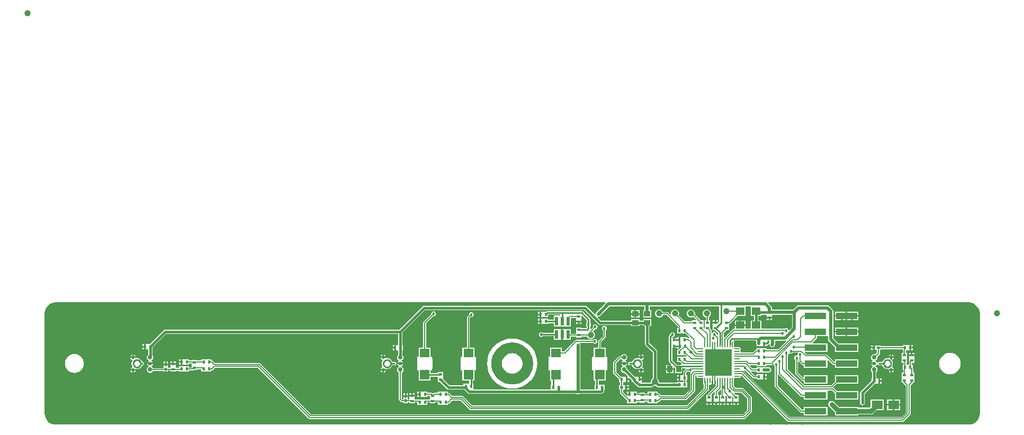
<source format=gbl>
G04 Layer_Physical_Order=2*
G04 Layer_Color=16711680*
%FSLAX25Y25*%
%MOIN*%
G70*
G01*
G75*
%ADD10C,0.06693*%
%ADD11C,0.03937*%
%ADD12C,0.01000*%
%ADD13C,0.01500*%
%ADD14C,0.03000*%
%ADD15C,0.00600*%
%ADD16C,0.02000*%
%ADD17C,0.01800*%
%ADD18C,0.00984*%
%ADD19R,0.01772X0.02165*%
%ADD20O,0.00866X0.03937*%
%ADD21O,0.03937X0.00866*%
%ADD22R,0.16535X0.16535*%
%ADD23R,0.05512X0.04724*%
%ADD24R,0.02165X0.05709*%
%ADD25R,0.02165X0.05709*%
%ADD26R,0.02165X0.01772*%
%ADD27C,0.00197*%
%ADD28C,0.02402*%
%ADD29C,0.02835*%
%ADD30C,0.02205*%
%ADD31R,0.02441X0.01575*%
%ADD32R,0.01968X0.01575*%
%ADD33R,0.01575X0.01968*%
%ADD34R,0.01575X0.02441*%
%ADD35R,0.03200X0.04000*%
%ADD36R,0.07087X0.05315*%
%ADD37R,0.04000X0.03200*%
%ADD38R,0.13583X0.03937*%
%ADD39R,0.06299X0.05905*%
%ADD40R,0.06299X0.05512*%
%ADD41C,0.00800*%
G36*
X160317Y30797D02*
X160317Y30687D01*
X160317D01*
Y30687D01*
X160317Y30313D01*
X160317D01*
Y29327D01*
X163683D01*
Y30188D01*
X163683Y30188D01*
D01*
D01*
X163683Y30313D01*
D01*
X163912Y30542D01*
X176069D01*
Y22576D01*
X174448Y20955D01*
X173970Y21100D01*
X173913Y21385D01*
X173581Y21881D01*
X173085Y22213D01*
X172500Y22329D01*
X171915Y22213D01*
X171419Y21881D01*
X171376Y21818D01*
X156856D01*
Y27132D01*
X154876D01*
Y29869D01*
X156856D01*
Y30797D01*
X160317D01*
X160317Y30797D01*
D02*
G37*
G36*
X130278Y26374D02*
X129863Y26096D01*
X129683Y26171D01*
Y25518D01*
X129438Y25273D01*
X126317D01*
Y24287D01*
X126317D01*
X126317Y24227D01*
X126317Y24287D01*
Y24287D01*
X126317Y23913D01*
X126317D01*
Y20941D01*
X127900D01*
X129666Y19175D01*
Y18029D01*
X129204Y17838D01*
X128715Y18327D01*
X128729Y18400D01*
X128613Y18985D01*
X128281Y19481D01*
X127785Y19813D01*
X127200Y19929D01*
X126615Y19813D01*
X126119Y19481D01*
X125884Y19131D01*
X125406Y19276D01*
Y20939D01*
X125348Y21231D01*
X125336Y21290D01*
X125137Y21587D01*
X124683Y22042D01*
Y23913D01*
D01*
Y23913D01*
X124683Y23913D01*
X124682Y24287D01*
X124682D01*
Y27259D01*
X123917D01*
Y29350D01*
X124332Y29668D01*
X124744Y30205D01*
X125002Y30830D01*
X125091Y31500D01*
X125002Y32171D01*
X124744Y32795D01*
X124332Y33332D01*
X123795Y33744D01*
X123170Y34002D01*
X122500Y34091D01*
X121829Y34002D01*
X121205Y33744D01*
X120668Y33332D01*
X120256Y32795D01*
X119998Y32171D01*
X119909Y31500D01*
X119998Y30830D01*
X120256Y30205D01*
X120668Y29668D01*
X121205Y29256D01*
X121829Y28998D01*
X122082Y28964D01*
Y27259D01*
X121317D01*
Y24287D01*
X121317D01*
X121317Y24227D01*
X121317Y24287D01*
Y24287D01*
X121317Y23913D01*
X121317D01*
Y22061D01*
X121098Y21970D01*
X120683Y22248D01*
Y23913D01*
D01*
Y23913D01*
X120683Y23913D01*
X120683Y24287D01*
X120683D01*
Y27259D01*
X118812D01*
X115030Y31041D01*
X115091Y31500D01*
X115002Y32171D01*
X114744Y32795D01*
X114332Y33332D01*
X113795Y33744D01*
X113171Y34002D01*
X112500Y34091D01*
X111829Y34002D01*
X111205Y33744D01*
X110668Y33332D01*
X110256Y32795D01*
X109998Y32171D01*
X109909Y31500D01*
X109998Y30830D01*
X110256Y30205D01*
X110668Y29668D01*
X111205Y29256D01*
X111829Y28998D01*
X112500Y28909D01*
X113171Y28998D01*
X113795Y29256D01*
X114035Y29440D01*
X115754Y27721D01*
X115563Y27259D01*
X113317D01*
Y26691D01*
X108607D01*
X104846Y30452D01*
X105002Y30830D01*
X105091Y31500D01*
X105002Y32171D01*
X104744Y32795D01*
X104332Y33332D01*
X103795Y33744D01*
X103171Y34002D01*
X102500Y34091D01*
X101830Y34002D01*
X101205Y33744D01*
X100668Y33332D01*
X100256Y32795D01*
X99998Y32171D01*
X99909Y31500D01*
X99976Y30991D01*
X99528Y30770D01*
X98149Y32149D01*
X97851Y32348D01*
X97500Y32418D01*
X94900D01*
X94744Y32795D01*
X94332Y33332D01*
X93795Y33744D01*
X93170Y34002D01*
X92500Y34091D01*
X91830Y34002D01*
X91205Y33744D01*
X90668Y33332D01*
X90256Y32795D01*
X89998Y32171D01*
X89909Y31500D01*
X89998Y30830D01*
X90256Y30205D01*
X90668Y29668D01*
X91205Y29256D01*
X91830Y28998D01*
X92500Y28909D01*
X93170Y28998D01*
X93795Y29256D01*
X94332Y29668D01*
X94744Y30205D01*
X94900Y30582D01*
X97120D01*
X104409Y23293D01*
Y22283D01*
X103841D01*
Y18917D01*
X106812D01*
Y18917D01*
X106812D01*
X106812Y18917D01*
X107187D01*
Y18917D01*
X109058D01*
X111587Y16389D01*
X111351Y15948D01*
X111351Y15948D01*
X111000Y16018D01*
X110159D01*
Y16783D01*
X107187D01*
D01*
D01*
X107187Y16783D01*
X106812D01*
Y16783D01*
X105827D01*
Y15099D01*
X104827D01*
Y16783D01*
X103841D01*
Y16122D01*
X102000D01*
X101571Y16036D01*
X101262Y15830D01*
X100822Y16066D01*
Y16535D01*
X100971Y16685D01*
X101485Y16787D01*
X101981Y17119D01*
X102313Y17615D01*
X102429Y18200D01*
X102313Y18785D01*
X101981Y19281D01*
X101485Y19613D01*
X100900Y19729D01*
X100315Y19613D01*
X99819Y19281D01*
X99487Y18785D01*
X99385Y18271D01*
X98907Y17793D01*
X98664Y17429D01*
X98578Y17000D01*
X98578Y17000D01*
Y1581D01*
X98578Y1581D01*
X98664Y1152D01*
X98907Y788D01*
X100133Y-438D01*
X99942Y-900D01*
X99719D01*
Y-3000D01*
X101419D01*
Y-2377D01*
X101881Y-2186D01*
X102581Y-2886D01*
Y-6100D01*
X106981D01*
Y-2886D01*
X106983Y-2884D01*
X109239D01*
X109384Y-3362D01*
X109251Y-3451D01*
X108024Y-4678D01*
X107825Y-4976D01*
X107756Y-5327D01*
Y-7217D01*
X107187D01*
D01*
D01*
X107187Y-7217D01*
X106812D01*
Y-7217D01*
X105827D01*
Y-8901D01*
Y-10583D01*
X106812D01*
Y-10583D01*
X106812D01*
X106812Y-10583D01*
X107187D01*
Y-10583D01*
X107756D01*
Y-11817D01*
X107187D01*
D01*
D01*
X107187Y-11817D01*
X106813Y-11817D01*
Y-11817D01*
X103841D01*
Y-12124D01*
X102540D01*
X102485Y-12087D01*
X101900Y-11971D01*
X101315Y-12087D01*
X101260Y-12124D01*
X92688D01*
X92358Y-11748D01*
X92391Y-11500D01*
X92302Y-10830D01*
X92044Y-10205D01*
X91632Y-9668D01*
X91176Y-9319D01*
Y-8900D01*
Y7600D01*
X91072Y8127D01*
X90773Y8573D01*
X86377Y12970D01*
Y23519D01*
X87600D01*
Y27919D01*
X82400D01*
Y27095D01*
X80100D01*
Y27919D01*
X74900D01*
Y27095D01*
X55851D01*
X53908Y29039D01*
X54143Y29480D01*
X54200Y29469D01*
X54824Y29593D01*
X55353Y29947D01*
X61276Y35869D01*
X83369D01*
Y33481D01*
X82400D01*
Y29081D01*
X87600D01*
Y33481D01*
X86631D01*
Y35869D01*
X130278D01*
Y26374D01*
D02*
G37*
G36*
X288769Y38369D02*
X290083Y37970D01*
X291295Y37323D01*
X292357Y36451D01*
X293228Y35389D01*
X293876Y34178D01*
X294275Y32863D01*
X294409Y31500D01*
Y-31500D01*
X294275Y-32863D01*
X293876Y-34178D01*
X293228Y-35389D01*
X292357Y-36451D01*
X291295Y-37323D01*
X290083Y-37970D01*
X288769Y-38369D01*
X287403Y-38504D01*
X287402Y-38503D01*
X-287402D01*
X-287403Y-38504D01*
X-288769Y-38369D01*
X-290083Y-37970D01*
X-291295Y-37323D01*
X-292357Y-36451D01*
X-293228Y-35389D01*
X-293876Y-34178D01*
X-294275Y-32863D01*
X-294409Y-31500D01*
Y-31496D01*
X-294409Y-31496D01*
Y31496D01*
X-294409Y31496D01*
Y31500D01*
X-294275Y32863D01*
X-293876Y34178D01*
X-293228Y35389D01*
X-292357Y36451D01*
X-291295Y37323D01*
X-290083Y37970D01*
X-288769Y38369D01*
X-287403Y38504D01*
X-287402Y38503D01*
X58643D01*
X58834Y38041D01*
X53047Y32254D01*
X52693Y31724D01*
X52569Y31100D01*
X52580Y31043D01*
X52139Y30808D01*
X46973Y35973D01*
X46527Y36272D01*
X46000Y36376D01*
X-55400D01*
X-55927Y36272D01*
X-56373Y35973D01*
X-56373Y35973D01*
X-71070Y21276D01*
X-218600D01*
X-218600Y21276D01*
X-219127Y21172D01*
X-219573Y20873D01*
X-219573Y20873D01*
X-228264Y12183D01*
X-229313D01*
D01*
D01*
X-229313Y12183D01*
X-229687Y12183D01*
Y12183D01*
X-230673D01*
Y10499D01*
Y8817D01*
X-229687D01*
Y8817D01*
D01*
Y8817D01*
X-229687D01*
D01*
D01*
X-229687Y8817D01*
D01*
X-229557Y8817D01*
X-229203Y8464D01*
Y5410D01*
X-229407Y5273D01*
X-229853Y4606D01*
X-230010Y3819D01*
X-229853Y3032D01*
X-229407Y2365D01*
X-228905Y2029D01*
Y1529D01*
X-229251Y1298D01*
X-229649Y703D01*
X-229689Y500D01*
X-226216D01*
X-226256Y703D01*
X-226655Y1298D01*
X-227250Y1696D01*
Y1902D01*
X-227166Y1919D01*
X-226498Y2365D01*
X-226052Y3032D01*
X-225896Y3819D01*
X-226052Y4606D01*
X-226450Y5202D01*
Y8817D01*
X-226341D01*
Y10212D01*
X-218030Y18524D01*
X-71703D01*
Y11683D01*
X-71813D01*
D01*
X-71813D01*
X-71813D01*
D01*
X-72187Y11683D01*
Y11683D01*
D01*
D01*
Y11683D01*
X-73173D01*
Y9999D01*
Y8317D01*
X-72187D01*
Y8317D01*
D01*
Y8317D01*
X-72187D01*
D01*
D01*
X-72187Y8317D01*
D01*
X-72057Y8317D01*
X-71703Y7964D01*
Y5423D01*
X-71927Y5273D01*
X-72373Y4606D01*
X-72529Y3819D01*
X-72373Y3032D01*
X-71927Y2365D01*
X-71425Y2029D01*
Y1529D01*
X-71771Y1298D01*
X-72169Y703D01*
X-72209Y500D01*
X-68736D01*
X-68776Y703D01*
X-69174Y1298D01*
X-69770Y1696D01*
Y1902D01*
X-69685Y1919D01*
X-69018Y2365D01*
X-68572Y3032D01*
X-68416Y3819D01*
X-68572Y4606D01*
X-68950Y5172D01*
Y8318D01*
X-68841D01*
Y11683D01*
X-68950D01*
Y19503D01*
X-54830Y33624D01*
X45430D01*
X54308Y24746D01*
X54308Y24746D01*
X54754Y24447D01*
X55281Y24342D01*
X55281Y24342D01*
X74900D01*
Y23519D01*
X80100D01*
Y24342D01*
X82400D01*
Y23519D01*
X83624D01*
Y12400D01*
X83624Y12400D01*
X83624D01*
X83728Y11873D01*
X84027Y11427D01*
X88424Y7030D01*
Y-8900D01*
Y-9319D01*
X87968Y-9668D01*
X87556Y-10205D01*
X87298Y-10830D01*
X87209Y-11500D01*
X87242Y-11748D01*
X86912Y-12124D01*
X81659D01*
Y-11683D01*
X81659D01*
Y-10500D01*
X80172D01*
Y-10001D01*
X79673D01*
Y-8317D01*
X78687D01*
D01*
D01*
X78687Y-8317D01*
X78313Y-8317D01*
Y-8317D01*
X76999D01*
X72524Y-3843D01*
X72529Y-3819D01*
X72373Y-3032D01*
X71927Y-2364D01*
X71260Y-1919D01*
X71175Y-1902D01*
Y-1696D01*
X71771Y-1298D01*
X72169Y-703D01*
X72209Y-500D01*
X68736D01*
X68776Y-703D01*
X69174Y-1298D01*
X69520Y-1529D01*
Y-2029D01*
X69018Y-2364D01*
X68572Y-3032D01*
X68416Y-3819D01*
X68572Y-4606D01*
X69018Y-5273D01*
X69685Y-5719D01*
X70472Y-5876D01*
X70633Y-5844D01*
X72644Y-7855D01*
X72453Y-8317D01*
X72673D01*
Y-9500D01*
X73659D01*
Y-9524D01*
X74121Y-9332D01*
X75341Y-10552D01*
Y-11683D01*
X76032D01*
X78822Y-14473D01*
X79269Y-14772D01*
X79796Y-14877D01*
X87800D01*
X88327Y-14772D01*
X88773Y-14473D01*
X89231Y-14016D01*
X89800Y-14091D01*
X90369Y-14016D01*
X90827Y-14473D01*
X90827Y-14473D01*
X91273Y-14772D01*
X91800Y-14877D01*
X91800Y-14877D01*
X101260D01*
X101315Y-14913D01*
X101900Y-15029D01*
X102485Y-14913D01*
X102540Y-14877D01*
X103841D01*
Y-15183D01*
X106813D01*
Y-15183D01*
X106813D01*
X106813Y-15183D01*
X107187Y-15183D01*
Y-15183D01*
X110159D01*
Y-11817D01*
X109591D01*
Y-10583D01*
X110159D01*
Y-7217D01*
X109591D01*
Y-5707D01*
X110280Y-5018D01*
X111009D01*
X111119Y-5181D01*
X111615Y-5513D01*
X112200Y-5629D01*
D01*
D01*
D01*
X112200Y-5629D01*
X112200Y-5629D01*
D01*
X112868Y-5637D01*
X112351Y-6154D01*
X112152Y-6452D01*
X112082Y-6803D01*
Y-16120D01*
X108220Y-19982D01*
X93562D01*
X92431Y-18851D01*
X92133Y-18652D01*
X91782Y-18582D01*
X91659D01*
Y-17817D01*
X88687D01*
D01*
D01*
X88687Y-17817D01*
X88313Y-17817D01*
Y-17817D01*
X85341D01*
Y-18909D01*
X83683D01*
Y-18341D01*
X80317D01*
Y-18582D01*
X78659D01*
Y-17817D01*
X75687D01*
D01*
D01*
X75687Y-17817D01*
X75313Y-17817D01*
Y-17817D01*
X74327D01*
Y-19501D01*
X73828D01*
Y-20000D01*
X72341D01*
Y-20063D01*
X71879Y-20255D01*
X69744Y-18120D01*
Y-16387D01*
X71338D01*
Y-15001D01*
Y-13613D01*
X69744D01*
Y-11683D01*
X70312D01*
Y-11683D01*
X70312D01*
X70312Y-11683D01*
X70688D01*
Y-11683D01*
X71673D01*
Y-10001D01*
Y-8317D01*
X70688D01*
D01*
D01*
X70688Y-8317D01*
X70312D01*
Y-8317D01*
X68442D01*
X65418Y-5293D01*
Y120D01*
X68196Y2899D01*
X68694Y2850D01*
X69018Y2365D01*
X69520Y2029D01*
Y1529D01*
X69174Y1298D01*
X68776Y703D01*
X68736Y500D01*
X72209D01*
X72169Y703D01*
X71771Y1298D01*
X71175Y1696D01*
Y1902D01*
X71260Y1919D01*
X71927Y2365D01*
X72373Y3032D01*
X72529Y3819D01*
X72373Y4606D01*
X71927Y5273D01*
X71260Y5719D01*
X70472Y5876D01*
X69685Y5719D01*
X69018Y5273D01*
X68659Y4737D01*
X67819D01*
X67526Y4678D01*
X67468Y4667D01*
X67170Y4468D01*
X63851Y1149D01*
X63652Y851D01*
X63582Y500D01*
Y-5673D01*
X63582Y-5673D01*
X63582D01*
X63652Y-6024D01*
X63851Y-6322D01*
X67341Y-9812D01*
Y-11683D01*
X67909D01*
Y-13613D01*
X67341D01*
Y-16387D01*
X67909D01*
Y-18500D01*
X67909Y-18500D01*
X67909D01*
X67979Y-18851D01*
X68178Y-19149D01*
X72341Y-23312D01*
Y-25183D01*
X75313D01*
Y-25183D01*
X75313D01*
X75313Y-25183D01*
X75687Y-25183D01*
Y-25183D01*
X78659D01*
Y-24418D01*
X80317D01*
Y-24659D01*
X83683D01*
Y-24091D01*
X85341D01*
Y-25183D01*
X88313D01*
Y-25183D01*
X88313D01*
X88313Y-25183D01*
X88687Y-25183D01*
Y-25183D01*
X91659D01*
Y-24418D01*
X91782D01*
X92133Y-24348D01*
X92431Y-24149D01*
Y-24149D01*
X92431D01*
D01*
D01*
D01*
D01*
D01*
D01*
X92431D01*
D01*
X92431D01*
Y-24149D01*
D01*
D01*
D01*
D01*
Y-24149D01*
D01*
D01*
D01*
D01*
D01*
D01*
Y-24149D01*
D01*
D01*
X92431D01*
D01*
D01*
D01*
X93562Y-23018D01*
X109097D01*
X109448Y-22948D01*
X109746Y-22749D01*
X114849Y-17646D01*
X115048Y-17348D01*
X115118Y-16997D01*
Y-7680D01*
X115522Y-7276D01*
X116005Y-7405D01*
X116074Y-7658D01*
X115994Y-8061D01*
X116074Y-8465D01*
X116302Y-8806D01*
X116644Y-9035D01*
X117047Y-9115D01*
X120118D01*
X120285Y-9282D01*
Y-12353D01*
X120366Y-12756D01*
X120594Y-13098D01*
X120608Y-13107D01*
Y-15594D01*
X109820Y-26382D01*
X-25123D01*
X-30854Y-20651D01*
X-31152Y-20452D01*
X-31503Y-20382D01*
X-37938D01*
X-39569Y-18751D01*
X-39867Y-18552D01*
X-40218Y-18482D01*
X-40341D01*
Y-17717D01*
X-43313D01*
D01*
D01*
X-43313Y-17717D01*
X-43687Y-17717D01*
Y-17717D01*
X-46659D01*
Y-18482D01*
X-49173D01*
X-49525Y-18552D01*
X-49807Y-18741D01*
X-50193D01*
X-50476Y-18552D01*
X-50827Y-18482D01*
X-53341D01*
Y-17717D01*
X-56313D01*
D01*
D01*
X-56313Y-17717D01*
X-56687Y-17717D01*
Y-17717D01*
X-57673D01*
Y-19401D01*
Y-21083D01*
X-56687D01*
Y-21083D01*
X-56687D01*
X-56687Y-21083D01*
X-56313Y-21082D01*
Y-21082D01*
X-53341D01*
Y-20317D01*
X-51683D01*
Y-21712D01*
X-51683Y-21712D01*
X-51683Y-22087D01*
X-51683D01*
Y-22656D01*
X-54000D01*
X-54310Y-22717D01*
X-56313D01*
D01*
D01*
X-56313Y-22717D01*
X-56687Y-22717D01*
Y-22717D01*
X-58690D01*
X-59000Y-22656D01*
X-61317D01*
Y-22087D01*
D01*
Y-22087D01*
X-61317Y-22087D01*
Y-21712D01*
X-61317D01*
Y-20727D01*
X-64683D01*
Y-21712D01*
X-64683Y-21712D01*
X-64683Y-22087D01*
D01*
X-64683Y-22557D01*
X-65613D01*
Y-22382D01*
Y-21061D01*
X-68387D01*
Y-22382D01*
Y-22557D01*
X-69145D01*
X-69555Y-22148D01*
Y-5632D01*
X-69018Y-5273D01*
X-68572Y-4606D01*
X-68416Y-3819D01*
X-68572Y-3032D01*
X-69018Y-2364D01*
X-69685Y-1919D01*
X-69770Y-1902D01*
Y-1696D01*
X-69174Y-1298D01*
X-68776Y-703D01*
X-68736Y-500D01*
X-72209D01*
X-72169Y-703D01*
X-71771Y-1298D01*
X-71425Y-1529D01*
Y-2029D01*
X-71927Y-2364D01*
X-72373Y-3032D01*
X-72529Y-3819D01*
X-72373Y-4606D01*
X-71927Y-5273D01*
X-71390Y-5632D01*
Y-22528D01*
X-71320Y-22879D01*
X-71121Y-23177D01*
X-70174Y-24124D01*
X-69876Y-24323D01*
X-69818Y-24334D01*
X-69525Y-24392D01*
X-68387D01*
Y-25059D01*
X-65613D01*
Y-24392D01*
X-64683D01*
Y-25059D01*
X-61317D01*
Y-24491D01*
X-59659D01*
Y-26083D01*
X-56687D01*
Y-26083D01*
X-56687D01*
X-56687Y-26083D01*
X-56313Y-26083D01*
Y-26083D01*
X-53341D01*
Y-24491D01*
X-51683D01*
Y-25059D01*
X-48317D01*
Y-24491D01*
X-46659D01*
Y-26083D01*
X-43687D01*
Y-26083D01*
X-43687D01*
X-43687Y-26083D01*
X-43313Y-26083D01*
Y-26083D01*
X-40341D01*
Y-25317D01*
X-40218D01*
X-39867Y-25248D01*
X-39569Y-25049D01*
X-37938Y-23417D01*
X-32380D01*
X-26649Y-29149D01*
X-26351Y-29348D01*
X-26293Y-29359D01*
X-26000Y-29418D01*
X110697D01*
X111048Y-29348D01*
X111346Y-29149D01*
X123562Y-16932D01*
X123761Y-16635D01*
X123831Y-16284D01*
Y-13669D01*
X124217Y-13352D01*
X124488Y-13406D01*
X124891Y-13326D01*
X125233Y-13098D01*
X125318D01*
X125563Y-13261D01*
Y-10816D01*
X126563D01*
Y-13261D01*
X126808Y-13098D01*
X126893D01*
X127138Y-13261D01*
Y-10816D01*
X128138D01*
Y-13261D01*
X128041Y-13326D01*
X127909Y-13352D01*
X128193Y-13586D01*
X128217Y-14085D01*
X123351Y-18951D01*
X123152Y-19249D01*
X123082Y-19600D01*
Y-19741D01*
X122317D01*
Y-22713D01*
X122317D01*
X122317Y-22772D01*
X122317Y-22713D01*
Y-22713D01*
X122317Y-23087D01*
X122317D01*
Y-24073D01*
X125683D01*
Y-23087D01*
D01*
Y-23087D01*
X125683Y-23087D01*
X125682Y-22713D01*
X125682D01*
Y-19741D01*
X125682Y-19741D01*
X125682D01*
X125529Y-19369D01*
X127120Y-17777D01*
X127582Y-17969D01*
Y-19741D01*
X126817D01*
Y-22713D01*
X126817D01*
X126817Y-22772D01*
X126817Y-22713D01*
Y-22713D01*
X126817Y-23087D01*
X126817D01*
Y-24073D01*
X130183D01*
Y-23087D01*
D01*
Y-23087D01*
X130183Y-23087D01*
X130183Y-22713D01*
X130183D01*
Y-19741D01*
X129417D01*
Y-18180D01*
X130983Y-16615D01*
X131445Y-16806D01*
Y-19741D01*
X130817D01*
Y-22713D01*
X130817D01*
X130817Y-22772D01*
X130817Y-22713D01*
Y-22713D01*
X130817Y-23087D01*
X130817D01*
Y-24073D01*
X134183D01*
Y-23087D01*
D01*
Y-23087D01*
X134183Y-23087D01*
X134183Y-22713D01*
X134183D01*
Y-20360D01*
X134644Y-20169D01*
X135317Y-20842D01*
Y-22713D01*
X135317D01*
X135317Y-22772D01*
X135317Y-22713D01*
Y-22713D01*
X135317Y-23087D01*
X135317D01*
Y-24073D01*
X138683D01*
Y-23087D01*
D01*
Y-23087D01*
X138683Y-23087D01*
X138682Y-22713D01*
X138682D01*
Y-20861D01*
X138901Y-20770D01*
X139317Y-21048D01*
Y-22713D01*
X139317D01*
X139317Y-22772D01*
X139317Y-22713D01*
Y-22713D01*
X139317Y-23087D01*
X139317D01*
Y-24073D01*
X142683D01*
Y-23087D01*
D01*
Y-23087D01*
X142683Y-23087D01*
X142683Y-22713D01*
X142683D01*
Y-19741D01*
X140812D01*
X139751Y-18680D01*
X139803Y-18418D01*
X144120D01*
X147882Y-22180D01*
Y-29320D01*
X145320Y-31882D01*
X-126623D01*
X-158504Y-1D01*
X-158802Y198D01*
X-159153Y268D01*
X-187188D01*
X-188569Y1649D01*
X-188867Y1848D01*
X-189218Y1918D01*
X-189341D01*
Y2683D01*
X-192313D01*
D01*
D01*
X-192313Y2683D01*
X-192687Y2683D01*
Y2683D01*
X-195659D01*
Y1918D01*
X-198317D01*
Y2159D01*
X-201683D01*
Y1918D01*
X-203341D01*
Y2683D01*
X-206313D01*
D01*
D01*
X-206313Y2683D01*
X-206687Y2683D01*
Y2683D01*
X-207673D01*
Y999D01*
Y-683D01*
X-206687D01*
Y-683D01*
X-206687D01*
X-206687Y-683D01*
X-206313Y-683D01*
Y-683D01*
X-203341D01*
Y83D01*
X-201683D01*
Y-812D01*
X-201683Y-812D01*
X-201683Y-1187D01*
X-201683D01*
Y-2582D01*
X-203341D01*
Y-1817D01*
X-206313D01*
D01*
D01*
X-206313Y-1817D01*
X-206687Y-1817D01*
Y-1817D01*
X-209659D01*
Y-2756D01*
X-211817D01*
Y-2187D01*
D01*
Y-2187D01*
X-211817Y-2187D01*
Y-1812D01*
X-211817D01*
Y-827D01*
X-215183D01*
Y-1812D01*
X-215183Y-1812D01*
X-215183Y-2187D01*
D01*
X-215183Y-2657D01*
X-216613D01*
Y-2482D01*
Y-1161D01*
X-219387D01*
Y-2482D01*
Y-2901D01*
X-226140D01*
X-226498Y-2364D01*
X-227166Y-1919D01*
X-227250Y-1902D01*
Y-1696D01*
X-226655Y-1298D01*
X-226256Y-703D01*
X-226216Y-500D01*
X-229689D01*
X-229649Y-703D01*
X-229251Y-1298D01*
X-228905Y-1529D01*
Y-2029D01*
X-229407Y-2364D01*
X-229853Y-3032D01*
X-230010Y-3819D01*
X-229853Y-4606D01*
X-229407Y-5273D01*
X-228740Y-5719D01*
X-227953Y-5876D01*
X-227166Y-5719D01*
X-226498Y-5273D01*
X-226140Y-4736D01*
X-219387D01*
Y-5159D01*
X-216613D01*
Y-4492D01*
X-215183D01*
Y-5159D01*
X-211817D01*
Y-4591D01*
X-209659D01*
Y-5183D01*
X-206687D01*
Y-5183D01*
X-206687D01*
X-206687Y-5183D01*
X-206313Y-5183D01*
Y-5183D01*
X-203341D01*
Y-4417D01*
X-200827D01*
X-200475Y-4348D01*
X-200193Y-4159D01*
X-198317D01*
Y-3591D01*
X-195659D01*
Y-5183D01*
X-192687D01*
Y-5183D01*
X-192687D01*
X-192687Y-5183D01*
X-192313Y-5183D01*
Y-5183D01*
X-189341D01*
Y-4417D01*
X-189218D01*
X-188867Y-4348D01*
X-188569Y-4149D01*
X-187188Y-2767D01*
X-160030D01*
X-155149Y-7649D01*
X-155149Y-7649D01*
X-128149Y-34649D01*
D01*
X-128149Y-34649D01*
X-128149Y-34649D01*
D01*
D01*
D01*
X-128149Y-34649D01*
Y-34649D01*
X-127851Y-34848D01*
X-127500Y-34918D01*
X146197D01*
X146548Y-34848D01*
X146846Y-34649D01*
X150649Y-30846D01*
X150848Y-30548D01*
X150859Y-30490D01*
X150918Y-30197D01*
Y-21303D01*
X150848Y-20952D01*
X150649Y-20654D01*
X145646Y-15651D01*
X145348Y-15452D01*
X144997Y-15382D01*
X140680D01*
X139418Y-14120D01*
Y-13081D01*
X139635Y-12756D01*
X139715Y-12353D01*
Y-9282D01*
X139715Y-9282D01*
X139882Y-9115D01*
X142953D01*
X143356Y-9035D01*
X143697Y-8806D01*
X143926Y-8465D01*
X144006Y-8061D01*
X143926Y-7658D01*
X143857Y-7556D01*
X144244Y-7238D01*
X173354Y-36349D01*
X173354D01*
X173354Y-36349D01*
X173354D01*
X173354Y-36349D01*
Y-36349D01*
X173354Y-36349D01*
Y-36349D01*
X173652Y-36548D01*
X174003Y-36618D01*
X245997D01*
X246348Y-36548D01*
X246646Y-36349D01*
X250499Y-32496D01*
X250698Y-32198D01*
X250768Y-31847D01*
D01*
D01*
D01*
D01*
D01*
X250768D01*
D01*
D01*
D01*
D01*
Y-31847D01*
X250768D01*
D01*
Y-31847D01*
D01*
D01*
D01*
D01*
D01*
D01*
D01*
D01*
D01*
D01*
D01*
D01*
Y-31847D01*
D01*
X250768D01*
D01*
D01*
D01*
D01*
X250768Y-31847D01*
Y-13893D01*
X252149Y-12512D01*
X252348Y-12214D01*
X252359Y-12159D01*
X253183D01*
Y-9187D01*
D01*
Y-9187D01*
X253183Y-9187D01*
X253183Y-8813D01*
X253183D01*
Y-5841D01*
X252417D01*
Y-3327D01*
X252348Y-2975D01*
X252159Y-2693D01*
Y-817D01*
X251591D01*
Y341D01*
X253183D01*
Y3313D01*
D01*
Y3313D01*
X253183Y3313D01*
X253183Y3687D01*
X253183D01*
Y4673D01*
X249817D01*
Y3687D01*
X249817D01*
X249817Y3627D01*
X249817Y3687D01*
Y3687D01*
X249817Y3313D01*
X249817D01*
Y1310D01*
X249756Y1000D01*
Y-817D01*
X249187D01*
D01*
D01*
X249187Y-817D01*
X248813D01*
Y-817D01*
X248244D01*
Y341D01*
X248683D01*
Y3313D01*
D01*
Y3313D01*
X248683Y3313D01*
X248683Y3687D01*
X248683D01*
Y6659D01*
X247918D01*
Y8317D01*
X248813D01*
Y8317D01*
X248813D01*
X248813Y8317D01*
X249187D01*
Y8317D01*
X250173D01*
Y9999D01*
Y11683D01*
X249187D01*
D01*
D01*
X249187Y11683D01*
X248813D01*
Y11683D01*
X245841D01*
Y10918D01*
X232159D01*
Y11387D01*
X228162D01*
Y9999D01*
Y8613D01*
X229657D01*
Y6821D01*
X228586Y5750D01*
X227953Y5876D01*
X227166Y5719D01*
X226498Y5273D01*
X226052Y4606D01*
X225896Y3819D01*
X226052Y3032D01*
X226498Y2365D01*
X227000Y2029D01*
Y1529D01*
X226654Y1298D01*
X226256Y703D01*
X226216Y500D01*
X227954D01*
Y-500D01*
X226216D01*
X226256Y-703D01*
X226654Y-1298D01*
X227000Y-1529D01*
Y-2029D01*
X226498Y-2364D01*
X226052Y-3032D01*
X225896Y-3819D01*
X226052Y-4606D01*
X226450Y-5201D01*
Y-9317D01*
X226341D01*
Y-10539D01*
X219427Y-17454D01*
X219128Y-17900D01*
X219023Y-18427D01*
Y-24060D01*
X218987Y-24115D01*
X218871Y-24700D01*
X218987Y-25285D01*
X219319Y-25781D01*
X219815Y-26113D01*
X220400Y-26229D01*
X220985Y-26113D01*
X221481Y-25781D01*
X221813Y-25285D01*
X221929Y-24700D01*
X221813Y-24115D01*
X221777Y-24060D01*
Y-18997D01*
X228091Y-12683D01*
X229313D01*
Y-12683D01*
X229313D01*
X229313Y-12683D01*
X229687Y-12683D01*
Y-12683D01*
X230673D01*
Y-11001D01*
Y-9317D01*
X229687D01*
D01*
D01*
X229687Y-9317D01*
X229687Y-9317D01*
D01*
X229687D01*
Y-9317D01*
D01*
D01*
X229557Y-9317D01*
X229203Y-8964D01*
Y-5410D01*
X229407Y-5273D01*
X229853Y-4606D01*
X230010Y-3819D01*
X229853Y-3032D01*
X229407Y-2364D01*
X228740Y-1919D01*
X228655Y-1902D01*
Y-1696D01*
X229251Y-1298D01*
X229649Y-703D01*
X229649Y-703D01*
Y-703D01*
X229685Y-671D01*
X230181Y-739D01*
X230213Y-787D01*
X230574Y-1029D01*
X231000Y-1113D01*
X232943D01*
X233203Y-1742D01*
X233757Y-2464D01*
X234478Y-3017D01*
X235319Y-3365D01*
X236221Y-3484D01*
X236668Y-3425D01*
X237010Y-3790D01*
X237064Y-3516D01*
X240337D01*
X240304Y-3351D01*
X239928Y-2788D01*
X239365Y-2412D01*
X239273Y-2394D01*
X239097Y-1926D01*
X239238Y-1742D01*
X239586Y-902D01*
X239705Y0D01*
X239586Y902D01*
X239238Y1742D01*
X239146Y1861D01*
X239102Y1919D01*
X239008Y2041D01*
X239130Y2365D01*
X239131Y2366D01*
X238701Y2280D01*
X238201Y2379D01*
Y3516D01*
X237064D01*
X237010Y3790D01*
X236668Y3425D01*
X236221Y3484D01*
X235319Y3365D01*
X234478Y3017D01*
X233757Y2464D01*
X233203Y1742D01*
X232943Y1114D01*
X231000D01*
X230574Y1029D01*
X230213Y788D01*
X230181Y740D01*
X229685Y672D01*
X229649Y703D01*
Y703D01*
X229649Y703D01*
X229251Y1298D01*
X228655Y1696D01*
Y1902D01*
X228740Y1919D01*
X229407Y2365D01*
X229853Y3032D01*
X230010Y3819D01*
X229884Y4452D01*
X231224Y5792D01*
X231422Y6090D01*
X231434Y6148D01*
X231492Y6441D01*
Y8613D01*
X232159D01*
Y9082D01*
X245841D01*
Y8317D01*
X246082D01*
Y6659D01*
X245317D01*
Y3687D01*
X245317D01*
X245317Y3627D01*
X245317Y3687D01*
Y3687D01*
X245317Y3313D01*
X245317D01*
Y341D01*
X246409D01*
Y-817D01*
X245841D01*
Y-4183D01*
X246082D01*
Y-5841D01*
X245317D01*
Y-8813D01*
X245317D01*
X245317Y-8873D01*
X245317Y-8813D01*
Y-8813D01*
X245317Y-9187D01*
X245317D01*
Y-12159D01*
X246141D01*
X246152Y-12214D01*
X246351Y-12512D01*
X247732Y-13893D01*
Y-30970D01*
X245120Y-33582D01*
X174880D01*
X145994Y-4697D01*
X146230Y-4256D01*
X146600Y-4329D01*
X146793Y-4291D01*
X151651Y-9149D01*
X151949Y-9348D01*
X152007Y-9359D01*
X152300Y-9418D01*
X153841D01*
Y-10183D01*
X156813D01*
Y-10183D01*
X156813D01*
X156813Y-10183D01*
X157187D01*
Y-10183D01*
X158173D01*
Y-8501D01*
Y-6817D01*
X157187D01*
D01*
D01*
X157187Y-6817D01*
X156813D01*
Y-6817D01*
X153841D01*
Y-7582D01*
X152680D01*
X150401Y-5304D01*
X150637Y-4863D01*
X150913Y-4918D01*
X153841D01*
Y-5683D01*
X156813D01*
Y-5683D01*
X156813D01*
X156813Y-5683D01*
X157187D01*
Y-5683D01*
X160159D01*
Y-5631D01*
X161500D01*
X162124Y-5507D01*
X162654Y-5153D01*
X163007Y-4624D01*
X163131Y-4000D01*
X163007Y-3376D01*
X162654Y-2847D01*
X162124Y-2493D01*
X161500Y-2369D01*
X160159D01*
Y-2317D01*
X157187D01*
D01*
D01*
X157187Y-2317D01*
X156813D01*
Y-2317D01*
X153841D01*
Y-3082D01*
X151293D01*
X149590Y-1380D01*
X149781Y-918D01*
X153841D01*
Y-1683D01*
X156813D01*
Y-1683D01*
X156813D01*
X156813Y-1683D01*
X157187D01*
Y-1683D01*
X160159D01*
Y-918D01*
X163194D01*
X163545Y-848D01*
X163843Y-649D01*
X164305Y-187D01*
X164746Y-423D01*
X164671Y-800D01*
X164787Y-1385D01*
X165119Y-1881D01*
X165282Y-1991D01*
Y-14200D01*
X165282Y-14200D01*
X165282D01*
X165352Y-14551D01*
X165551Y-14849D01*
X181351Y-30649D01*
X181649Y-30848D01*
X181707Y-30859D01*
X182000Y-30918D01*
X183652D01*
Y-32568D01*
X198435D01*
Y-27431D01*
X183652D01*
Y-29082D01*
X182380D01*
X167118Y-13820D01*
Y-6912D01*
X167596Y-6767D01*
X167651Y-6849D01*
X181451Y-20649D01*
D01*
X181451Y-20649D01*
X181451Y-20649D01*
D01*
D01*
D01*
X181451Y-20649D01*
Y-20649D01*
X181749Y-20848D01*
X182100Y-20918D01*
X183652D01*
Y-22569D01*
X198435D01*
Y-17432D01*
X198435D01*
Y-17371D01*
X198788Y-17018D01*
X201420D01*
X203140Y-18738D01*
Y-22569D01*
X217923D01*
Y-17432D01*
X204429D01*
X202449Y-15451D01*
X202151Y-15252D01*
X202058Y-15234D01*
X202013Y-15085D01*
X204529Y-12569D01*
X217923D01*
Y-7431D01*
X203140D01*
Y-11362D01*
X200820Y-13682D01*
X183780D01*
X173618Y-3520D01*
Y5509D01*
X173781Y5619D01*
X174113Y6115D01*
X174113Y6115D01*
Y6115D01*
X174186Y6330D01*
X174660Y6491D01*
X174815Y6387D01*
X175400Y6271D01*
X175985Y6387D01*
X176481Y6719D01*
X176591Y6882D01*
X179789D01*
X180025Y6441D01*
X179787Y6085D01*
X179671Y5500D01*
X179725Y5229D01*
X179371Y4876D01*
X179100Y4929D01*
X178515Y4813D01*
X178019Y4481D01*
X177687Y3985D01*
X177571Y3400D01*
X177687Y2815D01*
X178019Y2319D01*
X178182Y2209D01*
Y-6200D01*
X178182Y-6200D01*
X178182D01*
X178252Y-6551D01*
X178451Y-6849D01*
X182251Y-10649D01*
D01*
X182251Y-10649D01*
X182251Y-10649D01*
D01*
D01*
D01*
X182251Y-10649D01*
Y-10649D01*
X182549Y-10848D01*
X182900Y-10918D01*
X183652D01*
Y-12569D01*
X198435D01*
Y-7431D01*
X183652D01*
Y-8801D01*
X183190Y-8992D01*
X180018Y-5820D01*
Y1088D01*
X180496Y1233D01*
X180551Y1151D01*
X182351Y-649D01*
X182649Y-848D01*
X182707Y-859D01*
X183000Y-918D01*
X183652D01*
Y-2568D01*
X198435D01*
Y2114D01*
X198897Y2306D01*
X201851Y-649D01*
X202149Y-848D01*
X202500Y-918D01*
X203140D01*
Y-2568D01*
X217923D01*
Y2568D01*
X203140D01*
Y1311D01*
X202678Y1120D01*
X198272Y5525D01*
X197975Y5724D01*
X197624Y5794D01*
X185304D01*
X184128Y6970D01*
X184319Y7431D01*
X198435D01*
Y12569D01*
X189320D01*
X189128Y13030D01*
X191692Y15595D01*
X191891Y15892D01*
X191961Y16243D01*
D01*
D01*
D01*
D01*
D01*
X191961D01*
D01*
D01*
D01*
D01*
Y16243D01*
X191961D01*
D01*
Y16243D01*
D01*
D01*
D01*
D01*
D01*
D01*
D01*
D01*
D01*
D01*
D01*
D01*
Y16243D01*
D01*
X191961D01*
D01*
D01*
D01*
D01*
X191961Y16243D01*
Y17432D01*
X198435D01*
Y17432D01*
X198515D01*
X198869Y17078D01*
Y15300D01*
X198869Y15300D01*
X198869D01*
X198993Y14676D01*
X199346Y14146D01*
X203140Y10353D01*
Y7431D01*
X217923D01*
Y12569D01*
X205539D01*
X202131Y15976D01*
Y32900D01*
X202007Y33524D01*
X201654Y34054D01*
X201654Y34054D01*
D01*
X201654D01*
D01*
D01*
X201654Y34054D01*
Y34054D01*
X199554Y36154D01*
X199024Y36507D01*
X198400Y36631D01*
X180254D01*
X179629Y36507D01*
X179100Y36154D01*
X176751Y33805D01*
X163631D01*
Y34937D01*
X163507Y35561D01*
X163153Y36090D01*
X161202Y38041D01*
X161393Y38503D01*
X287402D01*
X287403Y38504D01*
X288769Y38369D01*
D02*
G37*
G36*
X150144Y35793D02*
X150144D01*
Y29869D01*
X152124D01*
Y27132D01*
X150144D01*
Y21818D01*
X146856D01*
Y23669D01*
X140144D01*
Y21818D01*
X139500D01*
X139149Y21748D01*
X138851Y21549D01*
X133742Y16440D01*
X133280Y16631D01*
Y19409D01*
X134812Y20941D01*
X136683D01*
Y23913D01*
D01*
Y23913D01*
X136683Y23913D01*
X136682Y24287D01*
X136682D01*
Y24903D01*
X136794Y24925D01*
X137091Y25124D01*
X141835Y29869D01*
X146856D01*
Y35793D01*
D01*
Y35793D01*
X146932Y35869D01*
X150144D01*
Y35793D01*
D02*
G37*
G36*
X105927Y9452D02*
X105792Y9317D01*
X105140D01*
X105189Y9198D01*
X104911Y8783D01*
X103841D01*
Y5417D01*
X106812D01*
Y5417D01*
X106812D01*
X106812Y5417D01*
X107187D01*
Y5417D01*
X109058D01*
X109731Y4745D01*
X109539Y4283D01*
X107187D01*
D01*
D01*
X107187Y4283D01*
X106812D01*
Y4283D01*
X103841D01*
Y917D01*
X105712D01*
X106808Y-179D01*
X106616Y-641D01*
X106519D01*
X106519Y-641D01*
X106090Y-726D01*
X105907Y-848D01*
X105829Y-900D01*
X103767D01*
X100822Y2046D01*
Y9934D01*
X101262Y10170D01*
X101571Y9964D01*
X102000Y9878D01*
X103941D01*
Y9317D01*
X104927D01*
Y11001D01*
X105927D01*
Y9452D01*
D02*
G37*
G36*
X172628Y14126D02*
X167420Y8918D01*
X160159D01*
Y9683D01*
X157187D01*
D01*
D01*
X157187Y9683D01*
X156813D01*
Y9683D01*
X153841D01*
Y8918D01*
X153827D01*
X153475Y8848D01*
X153178Y8649D01*
X151558Y7029D01*
X144269D01*
X143952Y7416D01*
X144006Y7687D01*
X143926Y8090D01*
X143697Y8431D01*
Y8517D01*
X143926Y8858D01*
X144006Y9261D01*
X143926Y9664D01*
X143697Y10006D01*
X143356Y10234D01*
X142953Y10315D01*
X139882D01*
X139715Y10482D01*
X139715Y10482D01*
Y13553D01*
X139635Y13956D01*
X139406Y14298D01*
X139461Y14479D01*
X153262D01*
X153695Y14045D01*
Y14000D01*
Y12500D01*
X153820Y11876D01*
X153841Y11844D01*
Y10817D01*
X156813D01*
Y10817D01*
X156813D01*
X156813Y10817D01*
X157187Y10817D01*
Y10817D01*
X158173D01*
Y12501D01*
X159173D01*
Y10817D01*
X160159D01*
Y11173D01*
X160200Y11379D01*
X160629Y11464D01*
X160993Y11707D01*
X161589Y12303D01*
X161775D01*
X162092Y11916D01*
X162069Y11800D01*
X162193Y11176D01*
X162547Y10646D01*
X163076Y10293D01*
X163700Y10169D01*
X164324Y10293D01*
X164854Y10646D01*
X164953Y10746D01*
X165307Y11276D01*
X165431Y11900D01*
D01*
D01*
D01*
D01*
D01*
X165431D01*
D01*
D01*
D01*
D01*
Y11900D01*
X165431D01*
D01*
Y11900D01*
D01*
D01*
D01*
D01*
D01*
D01*
D01*
D01*
D01*
D01*
D01*
D01*
Y11900D01*
D01*
X165431D01*
D01*
D01*
D01*
D01*
X165431Y11900D01*
Y14269D01*
X167800D01*
X168424Y14393D01*
X168461Y14418D01*
X168538Y14469D01*
X171900D01*
X172392Y14567D01*
X172628Y14126D01*
D02*
G37*
%LPC*%
G36*
X161500Y28327D02*
X160317D01*
Y27341D01*
X161500D01*
Y28327D01*
D02*
G37*
G36*
X163683D02*
X162500D01*
Y27341D01*
X163683D01*
Y28327D01*
D02*
G37*
G36*
X101419Y-4000D02*
X99719D01*
Y-6100D01*
X101419D01*
Y-4000D01*
D02*
G37*
G36*
X98719D02*
X97019D01*
Y-6100D01*
X98719D01*
Y-4000D01*
D02*
G37*
G36*
X104827Y-7217D02*
X103841D01*
Y-8400D01*
X104827D01*
Y-7217D01*
D02*
G37*
G36*
Y-9400D02*
X103841D01*
Y-10583D01*
X104827D01*
Y-9400D01*
D02*
G37*
G36*
X98719Y-900D02*
X97019D01*
Y-3000D01*
X98719D01*
Y-900D01*
D02*
G37*
G36*
X127500Y27259D02*
X126317D01*
Y26273D01*
X127500D01*
Y27259D01*
D02*
G37*
G36*
X129683D02*
X128500D01*
Y26273D01*
X129683D01*
Y27259D01*
D02*
G37*
G36*
X80100Y33481D02*
X78000D01*
Y31781D01*
X80100D01*
Y33481D01*
D02*
G37*
G36*
X77000D02*
X74900D01*
Y31781D01*
X77000D01*
Y33481D01*
D02*
G37*
G36*
Y30781D02*
X74900D01*
Y29081D01*
X77000D01*
Y30781D01*
D02*
G37*
G36*
X80100D02*
X78000D01*
Y29081D01*
X80100D01*
Y30781D01*
D02*
G37*
G36*
X160159Y-6817D02*
X159173D01*
Y-8000D01*
X160159D01*
Y-6817D01*
D02*
G37*
G36*
X275591Y6788D02*
X274266Y6658D01*
X272993Y6272D01*
X271819Y5644D01*
X270791Y4800D01*
X269947Y3771D01*
X269319Y2598D01*
X268933Y1324D01*
X268802Y0D01*
X268933Y-1324D01*
X269319Y-2598D01*
X269947Y-3771D01*
X270791Y-4800D01*
X271819Y-5644D01*
X272993Y-6271D01*
X274266Y-6658D01*
X275591Y-6788D01*
X276915Y-6658D01*
X278188Y-6271D01*
X279362Y-5644D01*
X280391Y-4800D01*
X281235Y-3771D01*
X281862Y-2598D01*
X282248Y-1324D01*
X282379Y0D01*
X282248Y1324D01*
X281862Y2598D01*
X281235Y3771D01*
X280391Y4800D01*
X279362Y5644D01*
X278188Y6272D01*
X276915Y6658D01*
X275591Y6788D01*
D02*
G37*
G36*
X73659Y-10500D02*
X72673D01*
Y-11683D01*
X73659D01*
Y-10500D01*
D02*
G37*
G36*
X232659Y-9317D02*
X231673D01*
Y-10500D01*
X232659D01*
Y-9317D01*
D02*
G37*
G36*
X81659Y-8317D02*
X80673D01*
Y-9500D01*
X81659D01*
Y-8317D01*
D02*
G37*
G36*
X160159Y-9000D02*
X159173D01*
Y-10183D01*
X160159D01*
Y-9000D01*
D02*
G37*
G36*
X-275591Y5934D02*
X-276748Y5820D01*
X-277862Y5483D01*
X-278888Y4934D01*
X-279787Y4196D01*
X-280525Y3297D01*
X-281073Y2271D01*
X-281411Y1158D01*
X-281525Y0D01*
X-281411Y-1158D01*
X-281073Y-2271D01*
X-280525Y-3297D01*
X-279787Y-4196D01*
X-278888Y-4934D01*
X-277862Y-5482D01*
X-276748Y-5820D01*
X-275591Y-5934D01*
X-274433Y-5820D01*
X-273320Y-5482D01*
X-272294Y-4934D01*
X-271395Y-4196D01*
X-270657Y-3297D01*
X-270108Y-2271D01*
X-269771Y-1158D01*
X-269657Y0D01*
X-269771Y1158D01*
X-270108Y2271D01*
X-270657Y3297D01*
X-271395Y4196D01*
X-272294Y4934D01*
X-273320Y5483D01*
X-274433Y5820D01*
X-275591Y5934D01*
D02*
G37*
G36*
X-79530Y3790D02*
X-79584Y3516D01*
X-82857D01*
X-82824Y3352D01*
X-82448Y2788D01*
X-81885Y2412D01*
X-81793Y2394D01*
X-81616Y1926D01*
X-81757Y1742D01*
X-82106Y902D01*
X-82224Y0D01*
X-82106Y-902D01*
X-81757Y-1742D01*
X-81669Y-1858D01*
X-81750Y-2351D01*
X-81822Y-2400D01*
X-81885Y-2412D01*
X-82448Y-2788D01*
X-82824Y-3351D01*
X-82857Y-3516D01*
X-79584D01*
X-79530Y-3790D01*
X-79188Y-3425D01*
X-78740Y-3484D01*
X-77838Y-3365D01*
X-76998Y-3017D01*
X-76276Y-2464D01*
X-75723Y-1742D01*
X-75463Y-1113D01*
X-74000D01*
X-73574Y-1029D01*
X-73213Y-787D01*
X-72971Y-426D01*
X-72887Y0D01*
X-72971Y426D01*
X-73213Y788D01*
X-73574Y1029D01*
X-74000Y1114D01*
X-75463D01*
X-75723Y1742D01*
X-76276Y2464D01*
X-76998Y3017D01*
X-77838Y3365D01*
X-78740Y3484D01*
X-79188Y3425D01*
X-79530Y3790D01*
D02*
G37*
G36*
X-237010D02*
X-237064Y3516D01*
X-240337D01*
X-240304Y3352D01*
X-239928Y2788D01*
X-239365Y2412D01*
X-239345Y2408D01*
X-239240Y2338D01*
X-239159Y1845D01*
X-239201Y1791D01*
X-239238Y1742D01*
X-239586Y902D01*
X-239705Y0D01*
X-239586Y-902D01*
X-239238Y-1742D01*
X-239097Y-1926D01*
X-239273Y-2394D01*
X-239365Y-2412D01*
X-239928Y-2788D01*
X-240304Y-3351D01*
X-240337Y-3516D01*
X-237064D01*
X-237010Y-3790D01*
X-236668Y-3425D01*
X-236221Y-3484D01*
X-235319Y-3365D01*
X-234478Y-3017D01*
X-233757Y-2464D01*
X-233203Y-1742D01*
X-232943Y-1113D01*
X-232736D01*
X-232310Y-1029D01*
X-231949Y-787D01*
X-231708Y-426D01*
X-231623Y0D01*
X-231708Y426D01*
X-231949Y788D01*
X-232310Y1029D01*
X-232736Y1114D01*
X-232943D01*
X-233203Y1742D01*
X-233757Y2464D01*
X-234478Y3017D01*
X-235319Y3365D01*
X-236221Y3484D01*
X-236668Y3425D01*
X-237010Y3790D01*
D02*
G37*
G36*
X240337Y-4516D02*
X239201D01*
Y-5652D01*
X239365Y-5619D01*
X239928Y-5243D01*
X240304Y-4680D01*
X240337Y-4516D01*
D02*
G37*
G36*
X-218500Y1159D02*
X-219387D01*
Y-161D01*
X-218500D01*
Y1159D01*
D02*
G37*
G36*
X-208673Y500D02*
X-209659D01*
Y-683D01*
X-208673D01*
Y500D01*
D02*
G37*
G36*
X238201Y-4516D02*
X237065D01*
X237097Y-4680D01*
X237473Y-5243D01*
X238036Y-5619D01*
X238201Y-5652D01*
Y-4516D01*
D02*
G37*
G36*
X-81721D02*
X-82857D01*
X-82824Y-4680D01*
X-82448Y-5243D01*
X-81885Y-5619D01*
X-81721Y-5652D01*
Y-4516D01*
D02*
G37*
G36*
X-237065D02*
X-238201D01*
Y-5652D01*
X-238037Y-5619D01*
X-237474Y-5243D01*
X-237097Y-4680D01*
X-237065Y-4516D01*
D02*
G37*
G36*
X-239201D02*
X-240337D01*
X-240304Y-4680D01*
X-239928Y-5243D01*
X-239365Y-5619D01*
X-239201Y-5652D01*
Y-4516D01*
D02*
G37*
G36*
X82857D02*
X81721D01*
Y-5652D01*
X81885Y-5619D01*
X82448Y-5243D01*
X82824Y-4680D01*
X82857Y-4516D01*
D02*
G37*
G36*
X80721D02*
X79584D01*
X79617Y-4680D01*
X79993Y-5243D01*
X80556Y-5619D01*
X80721Y-5652D01*
Y-4516D01*
D02*
G37*
G36*
X-79584D02*
X-80721D01*
Y-5652D01*
X-80556Y-5619D01*
X-79993Y-5243D01*
X-79617Y-4680D01*
X-79584Y-4516D01*
D02*
G37*
G36*
X136500Y-25073D02*
X135317D01*
Y-26059D01*
X136500D01*
Y-25073D01*
D02*
G37*
G36*
X134183D02*
X133000D01*
Y-26059D01*
X134183D01*
Y-25073D01*
D02*
G37*
G36*
X132000D02*
X130817D01*
Y-26059D01*
X132000D01*
Y-25073D01*
D02*
G37*
G36*
X142683D02*
X141500D01*
Y-26059D01*
X142683D01*
Y-25073D01*
D02*
G37*
G36*
X140500D02*
X139317D01*
Y-26059D01*
X140500D01*
Y-25073D01*
D02*
G37*
G36*
X138683D02*
X137500D01*
Y-26059D01*
X138683D01*
Y-25073D01*
D02*
G37*
G36*
X130183D02*
X129000D01*
Y-26059D01*
X130183D01*
Y-25073D01*
D02*
G37*
G36*
X233986Y-22742D02*
X225699D01*
Y-27115D01*
X224956Y-27859D01*
X217923D01*
Y-27431D01*
X205859D01*
X202614Y-24186D01*
X201919Y-23722D01*
X201100Y-23559D01*
X200281Y-23722D01*
X199586Y-24186D01*
X199122Y-24881D01*
X198959Y-25700D01*
X199122Y-26519D01*
X199586Y-27214D01*
X203140Y-30768D01*
Y-32568D01*
X217923D01*
Y-32141D01*
X225842D01*
X226662Y-31978D01*
X227357Y-31514D01*
Y-31514D01*
X227357D01*
D01*
D01*
D01*
D01*
D01*
D01*
X227357D01*
D01*
X227357D01*
Y-31514D01*
D01*
D01*
D01*
D01*
Y-31514D01*
D01*
D01*
D01*
D01*
D01*
D01*
Y-31514D01*
D01*
D01*
X227357D01*
D01*
D01*
D01*
X229613Y-29258D01*
X233986D01*
Y-22742D01*
D02*
G37*
G36*
X244301Y-26500D02*
X240657D01*
Y-29258D01*
X244301D01*
Y-26500D01*
D02*
G37*
G36*
X239657D02*
X236014D01*
Y-29258D01*
X239657D01*
Y-26500D01*
D02*
G37*
G36*
X128000Y-25073D02*
X126817D01*
Y-26059D01*
X128000D01*
Y-25073D01*
D02*
G37*
G36*
X125683D02*
X124500D01*
Y-26059D01*
X125683D01*
Y-25073D01*
D02*
G37*
G36*
X123500D02*
X122317D01*
Y-26059D01*
X123500D01*
Y-25073D01*
D02*
G37*
G36*
X73659Y-15500D02*
X72338D01*
Y-16387D01*
X73659D01*
Y-15500D01*
D02*
G37*
G36*
X-58673Y-17717D02*
X-59659D01*
Y-18900D01*
X-58673D01*
Y-17717D01*
D02*
G37*
G36*
X73327Y-17817D02*
X72341D01*
Y-19000D01*
X73327D01*
Y-17817D01*
D02*
G37*
G36*
X232659Y-11500D02*
X231673D01*
Y-12683D01*
X232659D01*
Y-11500D01*
D02*
G37*
G36*
X73659Y-13613D02*
X72338D01*
Y-14500D01*
X73659D01*
Y-13613D01*
D02*
G37*
G36*
X0Y15797D02*
X-2471Y15602D01*
X-4882Y15024D01*
X-7172Y14075D01*
X-9285Y12780D01*
X-11170Y11170D01*
X-12780Y9285D01*
X-14075Y7172D01*
X-15024Y4882D01*
X-15602Y2471D01*
X-15797Y0D01*
X-15602Y-2471D01*
X-15024Y-4882D01*
X-14075Y-7172D01*
X-12780Y-9285D01*
X-11170Y-11170D01*
X-9285Y-12780D01*
X-7172Y-14075D01*
X-4882Y-15024D01*
X-2471Y-15602D01*
X0Y-15797D01*
X2471Y-15602D01*
X4882Y-15024D01*
X7172Y-14075D01*
X9285Y-12780D01*
X11170Y-11170D01*
X12780Y-9285D01*
X14075Y-7172D01*
X15024Y-4882D01*
X15602Y-2471D01*
X15797Y0D01*
X15602Y2471D01*
X15024Y4882D01*
X14075Y7172D01*
X12780Y9285D01*
X11170Y11170D01*
X9285Y12780D01*
X7172Y14075D01*
X4882Y15024D01*
X2471Y15602D01*
X0Y15797D01*
D02*
G37*
G36*
X-61317Y-18741D02*
X-62500D01*
Y-19727D01*
X-61317D01*
Y-18741D01*
D02*
G37*
G36*
X-58673Y-19900D02*
X-59659D01*
Y-21083D01*
X-58673D01*
Y-19900D01*
D02*
G37*
G36*
X244301Y-22742D02*
X240657D01*
Y-25500D01*
X244301D01*
Y-22742D01*
D02*
G37*
G36*
X239657D02*
X236014D01*
Y-25500D01*
X239657D01*
Y-22742D01*
D02*
G37*
G36*
X-63500Y-18741D02*
X-64683D01*
Y-19727D01*
X-63500D01*
Y-18741D01*
D02*
G37*
G36*
X-65613Y-18741D02*
X-66500D01*
Y-20061D01*
X-65613D01*
Y-18741D01*
D02*
G37*
G36*
X-67500D02*
X-68387D01*
Y-20061D01*
X-67500D01*
Y-18741D01*
D02*
G37*
G36*
X-216613Y1159D02*
X-217500D01*
Y-161D01*
X-216613D01*
Y1159D01*
D02*
G37*
G36*
X43683Y25827D02*
X42500D01*
Y24841D01*
X43683D01*
Y25827D01*
D02*
G37*
G36*
X41500D02*
X40317D01*
Y24841D01*
X41500D01*
Y25827D01*
D02*
G37*
G36*
X17327Y28183D02*
X16341D01*
Y27000D01*
X17327D01*
Y28183D01*
D02*
G37*
G36*
X217923Y22569D02*
X211032D01*
Y20500D01*
X217923D01*
Y22569D01*
D02*
G37*
G36*
X210032D02*
X203140D01*
Y20500D01*
X210032D01*
Y22569D01*
D02*
G37*
G36*
X29443Y21722D02*
Y21722D01*
X26077D01*
Y19389D01*
X19289D01*
X18853Y19681D01*
X18268Y19797D01*
X17683Y19681D01*
X17186Y19349D01*
X16855Y18853D01*
X16738Y18268D01*
X16855Y17683D01*
X17186Y17186D01*
X17683Y16855D01*
X18268Y16738D01*
X18853Y16855D01*
X19289Y17146D01*
X26077D01*
Y14813D01*
X29443D01*
Y14813D01*
X29443D01*
X29443Y14813D01*
X29817D01*
Y14813D01*
X31000D01*
Y18267D01*
Y21722D01*
X29817D01*
D01*
D01*
X29817Y21722D01*
X29443D01*
D02*
G37*
G36*
X17327Y26000D02*
X16341D01*
Y24817D01*
X17327D01*
Y26000D01*
D02*
G37*
G36*
Y32583D02*
X16341D01*
Y31400D01*
X17327D01*
Y32583D01*
D02*
G37*
G36*
X217923Y32568D02*
X211032D01*
Y30500D01*
X217923D01*
Y32568D01*
D02*
G37*
G36*
X210032D02*
X203140D01*
Y30500D01*
X210032D01*
Y32568D01*
D02*
G37*
G36*
X43800Y33122D02*
X43800Y33121D01*
X22273D01*
X21844Y33036D01*
X21480Y32793D01*
X21480Y32793D01*
X21270Y32583D01*
X19688D01*
D01*
D01*
X19688Y32583D01*
X19312D01*
Y32583D01*
X18327D01*
Y30899D01*
Y29217D01*
X19312D01*
Y29217D01*
X19312D01*
X19312Y29217D01*
X19688D01*
Y29217D01*
X22659D01*
Y30800D01*
X22738Y30878D01*
X30378D01*
Y30187D01*
X29817D01*
D01*
D01*
X29817Y30187D01*
X29443D01*
Y30187D01*
X26077D01*
Y27621D01*
X22659D01*
Y28183D01*
X19688D01*
D01*
D01*
X19688Y28183D01*
X19312D01*
Y28183D01*
X18327D01*
Y26499D01*
Y24817D01*
X19312D01*
Y24817D01*
X19312D01*
X19312Y24817D01*
X19688D01*
Y24817D01*
X22659D01*
Y25378D01*
X26077D01*
Y23278D01*
X29443D01*
Y23278D01*
X29443D01*
X29443Y23278D01*
X29817D01*
Y23278D01*
X33183D01*
Y23278D01*
X33183D01*
X33183Y23278D01*
X33557D01*
Y23278D01*
X36923D01*
Y28725D01*
X36953Y28756D01*
X40317D01*
Y28188D01*
X40317Y28188D01*
X40317Y27812D01*
X40317D01*
Y26827D01*
X43683D01*
Y27812D01*
D01*
Y27812D01*
X43683Y27812D01*
Y28188D01*
X43683D01*
Y29878D01*
X44145Y30069D01*
X46878Y27335D01*
Y25721D01*
X46587Y25285D01*
X46471Y24700D01*
X46587Y24115D01*
X46878Y23679D01*
Y22465D01*
X46709Y22295D01*
X43683D01*
Y22659D01*
X40317D01*
Y19687D01*
X40317D01*
X40317Y19627D01*
X40317Y19687D01*
Y19687D01*
X40317Y19313D01*
X40317D01*
Y18744D01*
X36923D01*
Y21722D01*
X33558D01*
D01*
D01*
X33558Y21722D01*
X33183Y21722D01*
Y21722D01*
X32000D01*
Y18267D01*
Y14813D01*
X33183D01*
Y14813D01*
X33183D01*
X33183Y14813D01*
X33558Y14813D01*
Y14814D01*
X36923D01*
Y16909D01*
X40317D01*
Y16341D01*
X43683D01*
Y16909D01*
X47172D01*
X47256Y16705D01*
X47668Y16168D01*
X48205Y15756D01*
X48829Y15498D01*
X49500Y15409D01*
X50170Y15498D01*
X50795Y15756D01*
X51332Y16168D01*
X51744Y16705D01*
X52002Y17330D01*
X52091Y18000D01*
X52002Y18670D01*
X51744Y19295D01*
X51332Y19832D01*
X50795Y20244D01*
X50770Y20372D01*
X52107Y21709D01*
X52300Y21671D01*
X52885Y21787D01*
X53381Y22119D01*
X53713Y22615D01*
X53829Y23200D01*
X53713Y23785D01*
X53381Y24281D01*
X52885Y24613D01*
X52300Y24729D01*
X51715Y24613D01*
X51219Y24281D01*
X50887Y23785D01*
X50771Y23200D01*
X50809Y23007D01*
X49562Y21759D01*
X49121Y21995D01*
X49122Y22000D01*
X49122Y22000D01*
Y23679D01*
X49413Y24115D01*
X49529Y24700D01*
X49413Y25285D01*
X49122Y25721D01*
Y27800D01*
X49036Y28229D01*
X48793Y28593D01*
X48793Y28593D01*
X44593Y32793D01*
X44229Y33036D01*
X43800Y33122D01*
D02*
G37*
G36*
X217923Y29500D02*
X211032D01*
Y27431D01*
X217923D01*
Y29500D01*
D02*
G37*
G36*
X210032D02*
X203140D01*
Y27431D01*
X210032D01*
Y29500D01*
D02*
G37*
G36*
X-49500Y32829D02*
X-50085Y32713D01*
X-50581Y32381D01*
X-50913Y31885D01*
X-51029Y31300D01*
X-50991Y31107D01*
X-55767Y26331D01*
X-55966Y26033D01*
X-56036Y25682D01*
Y10049D01*
X-58868D01*
Y4410D01*
X-59055D01*
X-59387Y4344D01*
X-59668Y4156D01*
X-59856Y3875D01*
X-59922Y3543D01*
Y-3543D01*
X-59922Y-3543D01*
X-59922D01*
X-59856Y-3875D01*
X-59668Y-4156D01*
X-59387Y-4344D01*
X-59055Y-4410D01*
X-58868D01*
Y-10639D01*
X-51368D01*
Y-8208D01*
X-46683D01*
X-46683Y-8208D01*
Y-8687D01*
Y-8687D01*
D01*
D01*
D01*
X-46683D01*
Y-11659D01*
X-45461D01*
X-41147Y-15973D01*
X-40700Y-16272D01*
X-40173Y-16376D01*
X-40173Y-16376D01*
X-30232D01*
X-30147Y-16504D01*
X-27928Y-18723D01*
X-27481Y-19022D01*
X-26954Y-19126D01*
X40580D01*
X40776Y-19257D01*
X41400Y-19381D01*
X42024Y-19257D01*
X42220Y-19126D01*
X55850D01*
X56377Y-19022D01*
X56823Y-18723D01*
X57647Y-17900D01*
X57647Y-17900D01*
X57825Y-17632D01*
X57945Y-17454D01*
X58050Y-16927D01*
Y-16683D01*
X58159D01*
Y-13317D01*
X55187D01*
D01*
D01*
X55187Y-13317D01*
X54813D01*
D01*
X54448Y-13317D01*
Y-10639D01*
X58868D01*
Y-4410D01*
X59055D01*
X59387Y-4344D01*
X59668Y-4156D01*
X59856Y-3875D01*
X59922Y-3543D01*
Y-3161D01*
X60033Y-2600D01*
X60004Y-2450D01*
X60033Y-2300D01*
X59974Y-2000D01*
X60033Y-1700D01*
X59974Y-1400D01*
X60033Y-1100D01*
X59974Y-800D01*
X60033Y-500D01*
X59974Y-200D01*
X60033Y100D01*
X59974Y400D01*
X60033Y700D01*
X59974Y1000D01*
X60033Y1300D01*
X59974Y1600D01*
X60033Y1900D01*
X59964Y2250D01*
X60033Y2600D01*
X59922Y3161D01*
Y3543D01*
X59856Y3875D01*
X59668Y4156D01*
X59387Y4344D01*
X59055Y4410D01*
X58868D01*
Y10049D01*
X56036D01*
Y13620D01*
X58649Y16233D01*
X58848Y16531D01*
X58918Y16882D01*
D01*
D01*
D01*
D01*
D01*
X58918D01*
D01*
D01*
D01*
D01*
Y16882D01*
X58918D01*
D01*
Y16882D01*
D01*
D01*
D01*
D01*
D01*
D01*
D01*
D01*
D01*
D01*
D01*
D01*
Y16882D01*
D01*
X58918D01*
D01*
D01*
D01*
D01*
X58918Y16882D01*
Y20909D01*
X59081Y21019D01*
X59413Y21515D01*
X59529Y22100D01*
X59413Y22685D01*
X59081Y23181D01*
X58585Y23513D01*
X58000Y23629D01*
X57415Y23513D01*
X56919Y23181D01*
X56587Y22685D01*
X56471Y22100D01*
X56587Y21515D01*
X56919Y21019D01*
X57082Y20909D01*
Y17262D01*
X54469Y14649D01*
X54270Y14351D01*
X54201Y14000D01*
Y10049D01*
X51368D01*
Y4410D01*
X51181D01*
X50849Y4344D01*
X50568Y4156D01*
X50380Y3875D01*
X50314Y3543D01*
Y-3543D01*
X50380Y-3875D01*
X50568Y-4156D01*
X50849Y-4344D01*
X51181Y-4410D01*
X51368D01*
Y-10639D01*
X52205D01*
Y-13317D01*
X51841D01*
Y-16374D01*
X43031D01*
Y11600D01*
X42907Y12224D01*
X42553Y12754D01*
X42623Y12982D01*
X50809D01*
X50919Y12819D01*
X51415Y12487D01*
X52000Y12371D01*
X52585Y12487D01*
X53081Y12819D01*
X53413Y13315D01*
X53529Y13900D01*
X53413Y14485D01*
X53081Y14981D01*
X52585Y15313D01*
X52000Y15429D01*
X51415Y15313D01*
X50919Y14981D01*
X50809Y14818D01*
X40300D01*
X40007Y14759D01*
X39949Y14748D01*
X39651Y14549D01*
X32713Y7610D01*
X31309D01*
Y10049D01*
X23810D01*
Y4410D01*
X23622D01*
X23290Y4344D01*
X23009Y4156D01*
X22821Y3875D01*
X22755Y3543D01*
Y-3543D01*
X22821Y-3875D01*
X23009Y-4156D01*
X23290Y-4344D01*
X23622Y-4410D01*
X23810D01*
Y-10639D01*
X24705D01*
Y-13317D01*
X24341D01*
Y-16374D01*
X-24341D01*
Y-16183D01*
X-24341D01*
Y-12817D01*
X-24705D01*
Y-10639D01*
X-23810D01*
Y-4410D01*
X-23622D01*
X-23290Y-4344D01*
X-23009Y-4156D01*
X-22821Y-3875D01*
X-22755Y-3543D01*
D01*
D01*
D01*
D01*
D01*
D01*
X-22755D01*
D01*
D01*
D01*
Y-3543D01*
X-22755Y-3543D01*
D01*
D01*
D01*
D01*
D01*
D01*
D01*
D01*
D01*
D01*
D01*
Y-3506D01*
X-22755Y-3161D01*
X-22644Y-2600D01*
X-22674Y-2450D01*
X-22644Y-2300D01*
X-22704Y-2000D01*
X-22644Y-1700D01*
X-22704Y-1400D01*
X-22644Y-1100D01*
X-22704Y-800D01*
X-22644Y-500D01*
X-22704Y-200D01*
X-22644Y100D01*
X-22704Y400D01*
X-22644Y700D01*
X-22704Y1000D01*
X-22644Y1300D01*
X-22704Y1600D01*
X-22644Y1900D01*
X-22713Y2250D01*
X-22644Y2600D01*
X-22755Y3161D01*
Y3543D01*
X-22821Y3875D01*
X-23009Y4156D01*
X-23290Y4344D01*
X-23622Y4410D01*
X-23810D01*
Y10049D01*
X-26641D01*
Y28561D01*
X-25893Y29309D01*
X-25700Y29271D01*
X-25115Y29387D01*
X-24619Y29719D01*
X-24287Y30215D01*
X-24171Y30800D01*
X-24287Y31385D01*
X-24619Y31881D01*
X-25115Y32213D01*
X-25700Y32329D01*
X-26285Y32213D01*
X-26781Y31881D01*
X-27113Y31385D01*
X-27229Y30800D01*
X-27191Y30607D01*
X-28208Y29590D01*
X-28407Y29292D01*
X-28477Y28941D01*
Y10049D01*
X-31309D01*
Y4410D01*
X-31496D01*
X-31828Y4344D01*
X-32109Y4156D01*
X-32297Y3875D01*
X-32363Y3543D01*
Y-3543D01*
X-32297Y-3875D01*
X-32109Y-4156D01*
X-31828Y-4344D01*
X-31496Y-4410D01*
X-31309D01*
Y-10639D01*
X-26948D01*
Y-12817D01*
X-27313Y-12817D01*
D01*
X-27687Y-12817D01*
Y-12817D01*
X-30659D01*
Y-13624D01*
X-39603D01*
X-43317Y-9909D01*
Y-8687D01*
D01*
Y-8687D01*
X-43317Y-8687D01*
Y-8313D01*
X-43317D01*
Y-5341D01*
X-46683D01*
Y-5965D01*
X-51368D01*
Y-4410D01*
X-51181D01*
X-50849Y-4344D01*
X-50568Y-4156D01*
X-50380Y-3875D01*
X-50314Y-3543D01*
Y-3161D01*
X-50203Y-2600D01*
X-50233Y-2450D01*
X-50203Y-2300D01*
X-50262Y-2000D01*
X-50203Y-1700D01*
X-50262Y-1400D01*
X-50203Y-1100D01*
X-50262Y-800D01*
X-50203Y-500D01*
X-50262Y-200D01*
X-50203Y100D01*
X-50262Y400D01*
X-50203Y700D01*
X-50262Y1000D01*
X-50203Y1300D01*
X-50262Y1600D01*
X-50203Y1900D01*
X-50272Y2250D01*
X-50203Y2600D01*
X-50314Y3161D01*
Y3543D01*
X-50380Y3875D01*
X-50568Y4156D01*
X-50849Y4344D01*
X-51181Y4410D01*
X-51368D01*
Y10049D01*
X-54201D01*
Y25302D01*
X-49693Y29809D01*
X-49500Y29771D01*
X-48915Y29887D01*
X-48419Y30219D01*
X-48087Y30715D01*
X-47971Y31300D01*
X-48087Y31885D01*
X-48419Y32381D01*
X-48915Y32713D01*
X-49500Y32829D01*
D02*
G37*
G36*
X17327Y30400D02*
X16341D01*
Y29217D01*
X17327D01*
Y30400D01*
D02*
G37*
G36*
X-80721Y5652D02*
Y4516D01*
X-79584D01*
X-79617Y4680D01*
X-79993Y5243D01*
X-80556Y5619D01*
X-80721Y5652D01*
D02*
G37*
G36*
X-81721D02*
X-81885Y5619D01*
X-82448Y5243D01*
X-82824Y4680D01*
X-82857Y4516D01*
X-81721D01*
Y5652D01*
D02*
G37*
G36*
X-238201D02*
Y4516D01*
X-237065D01*
X-237097Y4680D01*
X-237474Y5243D01*
X-238037Y5619D01*
X-238201Y5652D01*
D02*
G37*
G36*
X238201D02*
X238036Y5619D01*
X237473Y5243D01*
X237097Y4680D01*
X237065Y4516D01*
X238201D01*
Y5652D01*
D02*
G37*
G36*
X81721D02*
Y4516D01*
X82857D01*
X82824Y4680D01*
X82448Y5243D01*
X81885Y5619D01*
X81721Y5652D01*
D02*
G37*
G36*
X80721D02*
X80556Y5619D01*
X79993Y5243D01*
X79617Y4680D01*
X79584Y4516D01*
X80721D01*
Y5652D01*
D02*
G37*
G36*
X-208673Y2683D02*
X-209659D01*
Y1500D01*
X-208673D01*
Y2683D01*
D02*
G37*
G36*
X-211817Y1159D02*
X-213000D01*
Y173D01*
X-211817D01*
Y1159D01*
D02*
G37*
G36*
X-214000D02*
X-215183D01*
Y173D01*
X-214000D01*
Y1159D01*
D02*
G37*
G36*
X-239201Y5652D02*
X-239365Y5619D01*
X-239928Y5243D01*
X-240304Y4680D01*
X-240337Y4516D01*
X-239201D01*
Y5652D01*
D02*
G37*
G36*
X79530Y3790D02*
X79188Y3425D01*
X78740Y3484D01*
X77838Y3365D01*
X76998Y3017D01*
X76276Y2464D01*
X75723Y1742D01*
X75540Y1300D01*
X75463Y1114D01*
X74000D01*
X73574Y1029D01*
X73213Y788D01*
X72971Y426D01*
X72887Y0D01*
X72971Y-426D01*
X73213Y-787D01*
X73574Y-1029D01*
X74000Y-1113D01*
X75463D01*
X75723Y-1742D01*
X76276Y-2464D01*
X76998Y-3017D01*
X77838Y-3365D01*
X78740Y-3484D01*
X79188Y-3425D01*
X79530Y-3790D01*
X79584Y-3516D01*
X82857D01*
X82824Y-3351D01*
X82448Y-2788D01*
X81885Y-2412D01*
X81793Y-2394D01*
X81616Y-1926D01*
X81757Y-1742D01*
X82106Y-902D01*
X82224Y0D01*
X82106Y902D01*
X81757Y1742D01*
X81616Y1926D01*
X81793Y2394D01*
X81885Y2412D01*
X82448Y2788D01*
X82824Y3352D01*
X82857Y3516D01*
X79584D01*
X79530Y3790D01*
D02*
G37*
G36*
X240337Y3516D02*
X239201D01*
Y2380D01*
X239365Y2412D01*
X239928Y2788D01*
X240304Y3352D01*
X240337Y3516D01*
D02*
G37*
G36*
X239201Y5652D02*
Y4516D01*
X240337D01*
X240304Y4680D01*
X239928Y5243D01*
X239365Y5619D01*
X239201Y5652D01*
D02*
G37*
G36*
X252159Y11683D02*
X251173D01*
Y10500D01*
X252159D01*
Y11683D01*
D02*
G37*
G36*
X-74173Y11683D02*
X-75159D01*
Y10500D01*
X-74173D01*
Y11683D01*
D02*
G37*
G36*
X227162Y11387D02*
X225841D01*
Y10500D01*
X227162D01*
Y11387D01*
D02*
G37*
G36*
X217923Y19500D02*
X211032D01*
Y17432D01*
X217923D01*
Y19500D01*
D02*
G37*
G36*
X210032D02*
X203140D01*
Y17432D01*
X210032D01*
Y19500D01*
D02*
G37*
G36*
X-231673Y12183D02*
X-232659D01*
Y11000D01*
X-231673D01*
Y12183D01*
D02*
G37*
G36*
X-74173Y9500D02*
X-75159D01*
Y8317D01*
X-74173D01*
Y9500D01*
D02*
G37*
G36*
X253183Y6659D02*
X252000D01*
Y5673D01*
X253183D01*
Y6659D01*
D02*
G37*
G36*
X251000D02*
X249817D01*
Y5673D01*
X251000D01*
Y6659D01*
D02*
G37*
G36*
X-231673Y10000D02*
X-232659D01*
Y8817D01*
X-231673D01*
Y10000D01*
D02*
G37*
G36*
X227162Y9500D02*
X225841D01*
Y8613D01*
X227162D01*
Y9500D01*
D02*
G37*
G36*
X252159Y9500D02*
X251173D01*
Y8317D01*
X252159D01*
Y9500D01*
D02*
G37*
G36*
X146856Y27132D02*
X144000D01*
Y24669D01*
X146856D01*
Y27132D01*
D02*
G37*
G36*
X143000D02*
X140144D01*
Y24669D01*
X143000D01*
Y27132D01*
D02*
G37*
%LPD*%
D10*
X9843Y0D02*
X9792Y996D01*
X9641Y1981D01*
X9391Y2946D01*
X9045Y3881D01*
X8606Y4777D01*
X8078Y5623D01*
X7468Y6411D01*
X6781Y7134D01*
X6025Y7783D01*
X5206Y8353D01*
X4335Y8837D01*
X3418Y9230D01*
X2467Y9528D01*
X1490Y9729D01*
X499Y9830D01*
X-499D01*
X-1490Y9729D01*
X-2467Y9528D01*
X-3418Y9230D01*
X-4335Y8837D01*
X-5206Y8353D01*
X-6025Y7783D01*
X-6781Y7134D01*
X-7468Y6411D01*
X-8078Y5623D01*
X-8606Y4777D01*
X-9045Y3881D01*
X-9391Y2946D01*
X-9641Y1981D01*
X-9792Y996D01*
X-9843Y-0D01*
X-9792Y-996D01*
X-9641Y-1981D01*
X-9391Y-2946D01*
X-9045Y-3881D01*
X-8606Y-4777D01*
X-8078Y-5623D01*
X-7468Y-6411D01*
X-6781Y-7134D01*
X-6025Y-7783D01*
X-5206Y-8353D01*
X-4335Y-8837D01*
X-3418Y-9230D01*
X-2467Y-9528D01*
X-1490Y-9729D01*
X-499Y-9830D01*
X499D01*
X1491Y-9729D01*
X2467Y-9528D01*
X3418Y-9230D01*
X4335Y-8837D01*
X5206Y-8353D01*
X6025Y-7783D01*
X6781Y-7134D01*
X7468Y-6411D01*
X8078Y-5623D01*
X8606Y-4777D01*
X9045Y-3881D01*
X9391Y-2946D01*
X9641Y-1981D01*
X9792Y-996D01*
X9843Y0D01*
D11*
X305118Y31496D02*
D03*
X-305118Y220472D02*
D03*
X89800Y-11500D02*
D03*
X49500Y18000D02*
D03*
X135000Y33000D02*
D03*
X122500Y31500D02*
D03*
X112500D02*
D03*
X92500D02*
D03*
X102500D02*
D03*
D12*
X238701Y3401D02*
Y4016D01*
X-81221Y-4016D02*
Y-3320D01*
Y3644D02*
Y4016D01*
X-238701Y3301D02*
Y4016D01*
X106519Y-1762D02*
X118583D01*
X104781Y-3500D02*
X106519Y-1762D01*
X25827Y-8819D02*
X27559Y-7087D01*
X25827Y-15000D02*
Y-8819D01*
X99700Y1581D02*
Y17000D01*
Y1581D02*
X104781Y-3500D01*
X105300D01*
X128000Y22427D02*
X128178D01*
X99700Y17000D02*
X100900Y18200D01*
X102000Y15000D02*
X105227D01*
X105327Y11100D02*
Y15100D01*
X102000Y11000D02*
X105427D01*
X128000Y22427D02*
X130787Y19639D01*
Y12017D02*
Y19639D01*
X53327Y-15000D02*
Y-8878D01*
X55118Y-7087D01*
X-45260D02*
X-45000Y-6827D01*
X-55118Y-7087D02*
X-45260D01*
X-25827Y-14500D02*
Y-8819D01*
X-27559Y-7087D02*
X-25827Y-8819D01*
X48000Y24700D02*
Y27800D01*
X153727Y15600D02*
X155327Y14000D01*
X137087Y12017D02*
Y14387D01*
X138300Y15600D01*
X153727D01*
X128178Y22427D02*
X131400Y25649D01*
Y37400D01*
X18268Y18268D02*
X27760D01*
X158673Y12500D02*
X160200D01*
X161300Y13600D01*
X81102Y3602D02*
X81221Y3720D01*
Y4016D01*
X43800Y32000D02*
X48000Y27800D01*
X31500Y26732D02*
Y32000D01*
X43800D01*
X21173Y30900D02*
X22273Y32000D01*
X31500D01*
X21173Y26500D02*
X27527D01*
X27760Y26732D01*
X48000Y22000D02*
Y24700D01*
X47173Y21173D02*
X48000Y22000D01*
X42000Y21173D02*
X47173D01*
D13*
X79796Y-13500D02*
X87800D01*
X76827Y-10531D02*
X79796Y-13500D01*
X87800D02*
X89800Y-11500D01*
X41400Y-17750D02*
X55850D01*
X56673Y-16927D01*
Y-15000D01*
X-26954Y-17750D02*
X41400D01*
X-29173Y-15531D02*
X-26954Y-17750D01*
X-29173Y-15531D02*
Y-15000D01*
X-40173D02*
X-29173D01*
X-45000Y-10173D02*
X-40173Y-15000D01*
X76827Y-10531D02*
Y-10000D01*
X89800Y-11500D02*
X91800Y-13500D01*
X77500Y25719D02*
X85000D01*
X-227827Y3945D02*
Y10500D01*
X-70327Y3965D02*
Y10000D01*
X70472Y-3819D02*
X70554D01*
X70472Y-3901D02*
Y-3819D01*
X112327Y7227D02*
X112366D01*
X112415Y7276D01*
Y7359D01*
X-70327Y10000D02*
Y19800D01*
X153500Y32831D02*
X154157Y32173D01*
X153500Y24169D02*
Y32831D01*
X29173Y-17723D02*
Y-15000D01*
X89800Y-11500D02*
Y7600D01*
X85000Y12400D02*
X89800Y7600D01*
X85000Y12400D02*
Y25719D01*
X91800Y-13500D02*
X101900D01*
X105327D01*
X101900D02*
X101900Y-13500D01*
X154157Y32173D02*
X162000D01*
X227827Y-11000D02*
Y-3945D01*
X227953Y-3819D01*
X220400Y-24700D02*
Y-18427D01*
X227827Y-11000D01*
X55281Y25719D02*
X77500D01*
X-227827Y10500D02*
Y10673D01*
X-218600Y19900D01*
X-70500D01*
X70554Y-3819D02*
X76781Y-10046D01*
X46000Y35000D02*
X55281Y25719D01*
X-70500Y19900D02*
X-55400Y35000D01*
X46000D01*
D14*
X201100Y-25700D02*
X205400Y-30000D01*
X210531D01*
X225842D01*
X229842Y-26000D01*
D15*
X183200Y30000D02*
X191043D01*
X135000Y25773D02*
X136442D01*
X143500Y32831D01*
X145700Y-32800D02*
X148800Y-29700D01*
X-127003Y-32800D02*
X145700D01*
X138500Y-10979D02*
X138661Y-10817D01*
X138500Y-14500D02*
Y-10979D01*
Y-14500D02*
X140300Y-16300D01*
X144997D01*
X150000Y-21303D01*
Y-30197D02*
Y-21303D01*
X146197Y-34000D02*
X150000Y-30197D01*
X-127500Y-34000D02*
X146197D01*
X137087Y-13363D02*
X137300Y-13576D01*
Y-14997D02*
Y-13576D01*
Y-14997D02*
X139803Y-17500D01*
X137087Y-13363D02*
Y-10817D01*
X122913Y-16284D02*
Y-10817D01*
X110697Y-28500D02*
X122913Y-16284D01*
X110200Y-27300D02*
X121526Y-15974D01*
X-25503Y-27300D02*
X110200D01*
X-31503Y-21300D02*
X-25503Y-27300D01*
X-26000Y-28500D02*
X110697D01*
X-32000Y-22500D02*
X-26000Y-28500D01*
X-38318Y-22500D02*
X-32000D01*
X-40218Y-24400D02*
X-38318Y-22500D01*
X-41827Y-24400D02*
X-40218D01*
X82000Y-23173D02*
X86500D01*
X86827Y-23500D01*
X82000Y-19827D02*
X86500D01*
X86827Y-19500D01*
X81673Y-23500D02*
X82000Y-23173D01*
X77173Y-23500D02*
X81673D01*
X81673Y-19500D02*
X82000Y-19827D01*
X77173Y-19500D02*
X81673D01*
X68827Y-18500D02*
X73827Y-23500D01*
X145099Y-5099D02*
X174500Y-34500D01*
X141605Y-6299D02*
X144602D01*
X141417Y-6487D02*
X141605Y-6299D01*
X144602D02*
X174003Y-35700D01*
X174500Y-34500D02*
X245500D01*
X251500Y-11863D02*
Y-10673D01*
X249850Y-13513D02*
X251500Y-11863D01*
X249850Y-31847D02*
Y-13513D01*
X245997Y-35700D02*
X249850Y-31847D01*
X174003Y-35700D02*
X245997D01*
X143782Y-4912D02*
X143969Y-5099D01*
X145099D01*
X141417Y-4912D02*
X143782D01*
X245500Y-34500D02*
X248650Y-31350D01*
Y-13513D01*
X144500Y-17500D02*
X148800Y-21800D01*
Y-29700D02*
Y-21800D01*
X133937Y-18164D02*
X137000Y-21227D01*
X124000Y-19600D02*
X129213Y-14387D01*
X128500Y-17800D02*
X130787Y-15513D01*
X128500Y-21227D02*
Y-17800D01*
X121526Y-15974D02*
Y-11005D01*
X114200Y-16997D02*
Y-7300D01*
X109097Y-22100D02*
X114200Y-16997D01*
X113000Y-16500D02*
Y-6803D01*
X108600Y-20900D02*
X113000Y-16500D01*
X93182Y-22100D02*
X109097D01*
X93182Y-20900D02*
X108600D01*
X139803Y-17500D02*
X144500D01*
X247000Y-11863D02*
X248650Y-13513D01*
X247000Y-11863D02*
Y-10673D01*
X121339Y-10817D02*
X121526Y-11005D01*
X-38318Y-21300D02*
X-31503D01*
X-40218Y-19400D02*
X-38318Y-21300D01*
X-41827Y-19400D02*
X-40218D01*
X113000Y-6803D02*
X114704Y-5099D01*
X114200Y-7300D02*
X115201Y-6299D01*
X116282Y-4912D02*
X118583D01*
X116094Y-5099D02*
X116282Y-4912D01*
Y-6487D02*
X118583D01*
X116094Y-6299D02*
X116282Y-6487D01*
X114704Y-5099D02*
X116094D01*
X115201Y-6299D02*
X116094D01*
X91782Y-19500D02*
X93182Y-20900D01*
X90173Y-19500D02*
X91782D01*
Y-23500D02*
X93182Y-22100D01*
X90173Y-23500D02*
X91782D01*
X-46000Y-23573D02*
X-45173Y-24400D01*
X-54827Y-24400D02*
X-54000Y-23573D01*
X135512Y-15739D02*
Y-10817D01*
X130787Y-15513D02*
Y-10817D01*
X124000Y-21227D02*
Y-19600D01*
X-187568Y-1850D02*
X-159650D01*
X-187568Y-650D02*
X-159153D01*
X-70472Y-22528D02*
Y-3819D01*
Y-22528D02*
X-69525Y-23475D01*
X-67000D01*
X-49173Y-19400D02*
X-45173D01*
X-50000Y-20227D02*
X-49173Y-19400D01*
X-59000Y-23573D02*
X-58173Y-24400D01*
X-63000Y-23573D02*
X-59000D01*
X-189218Y1000D02*
X-187568Y-650D01*
X-190827Y1000D02*
X-189218D01*
Y-3500D02*
X-187568Y-1850D01*
X-190827Y-3500D02*
X-189218D01*
X118557Y-4887D02*
X118583Y-4912D01*
X108673Y-8900D02*
Y-5327D01*
X109900Y-4100D02*
X112200D01*
X108673Y-5327D02*
X109900Y-4100D01*
X108114Y-187D02*
X118583D01*
X105327Y2600D02*
X108114Y-187D01*
X109886Y1387D02*
X118583D01*
X108673Y2600D02*
X109886Y1387D01*
X112963Y-3337D02*
X118583D01*
X112811Y2962D02*
X118583D01*
X108673Y7100D02*
X112811Y2962D01*
X112200Y-4100D02*
X112963Y-3337D01*
X115236Y4537D02*
X118583D01*
X116288Y6112D02*
X118583D01*
X112500Y9900D02*
X116288Y6112D01*
X64500Y-5673D02*
X68827Y-10000D01*
X64500Y-5673D02*
Y500D01*
X67819Y3819D01*
X141417Y6112D02*
X151938D01*
X141417Y-187D02*
X147100D01*
X150913Y-4000D01*
X155327D01*
X146600Y-2800D02*
X152300Y-8500D01*
X155327D01*
X114400Y10600D02*
Y14873D01*
X108673Y20600D02*
X114400Y14873D01*
X126063Y4537D02*
Y12017D01*
X105327Y20600D02*
Y23673D01*
X123000Y22427D02*
X124488Y20939D01*
X105327Y7553D02*
X108773Y11000D01*
X201200Y-14600D02*
X205800Y-10000D01*
X-227953Y-3819D02*
X-218244D01*
X-218000Y-3575D01*
X-213598D01*
X-213500Y-3673D01*
X-208346D01*
X-208173Y-3500D01*
X-204827Y1000D02*
X-200327D01*
X-200000Y673D01*
X-204827Y-3500D02*
X-200827D01*
X-200000Y-2673D01*
X-199673Y1000D02*
X-194173D01*
X-200000Y673D02*
X-199673Y1000D01*
X112500Y31500D02*
X113273D01*
X92500D02*
X97500D01*
X105327Y7100D02*
Y7553D01*
X141417Y1387D02*
X147614D01*
X-200000Y-2673D02*
X-195000D01*
X-194173Y-3500D01*
X-67256Y-23219D02*
X-67000Y-23475D01*
X-63098D01*
X-63000Y-23573D01*
X247000Y-2827D02*
X247327Y-2500D01*
X251500Y-7327D02*
Y-3327D01*
X250673Y-2500D02*
X251500Y-3327D01*
X250673Y1000D02*
X251500Y1827D01*
X247000D02*
X247327Y1500D01*
X247000Y9673D02*
X247327Y10000D01*
X230575Y10000D02*
X230575Y10000D01*
X-54827Y-19400D02*
X-50827D01*
X-50000Y-20227D01*
X113273Y31500D02*
X119000Y25773D01*
X119000Y22427D02*
X122913Y18513D01*
X132362Y-21089D02*
X132500Y-21227D01*
X133937Y-14263D02*
Y-10817D01*
X132362Y12017D02*
Y19789D01*
X135000Y22427D01*
X108773Y11000D02*
X112415Y7359D01*
X115739Y9261D02*
X118583D01*
X114400Y10600D02*
X115739Y9261D01*
X108673Y15100D02*
X111000D01*
X122500Y31500D02*
X123000Y31000D01*
Y25773D02*
Y31000D01*
X141417Y-1762D02*
X145562D01*
X146600Y-2800D01*
X108227Y25773D02*
X115000D01*
X67819Y3819D02*
X70472D01*
X127638Y2962D02*
Y12017D01*
X126063Y-10817D02*
Y-3337D01*
X127638Y-10817D02*
Y-1762D01*
X121339Y12017D02*
Y16088D01*
X122913Y12017D02*
Y18513D01*
X135169Y32831D02*
X143500D01*
X111000Y15100D02*
X112500Y13600D01*
Y9900D02*
Y13600D01*
X124488Y12017D02*
Y20939D01*
X102500Y31500D02*
X108227Y25773D01*
X115000Y22427D02*
X121339Y16088D01*
X97500Y31500D02*
X105327Y23673D01*
X35240Y26732D02*
Y28340D01*
X49327Y17827D02*
X49500Y18000D01*
X42000Y17827D02*
X49327D01*
X31500Y24700D02*
Y26732D01*
X35240Y18268D02*
X35681Y17827D01*
X42000D01*
X27559Y6693D02*
X33093D01*
X108673Y-13500D02*
Y-8900D01*
X133200Y-15000D02*
X133937Y-14263D01*
X129213Y-14387D02*
Y-10817D01*
X247000Y5173D02*
Y9673D01*
X250673Y-2500D02*
Y1000D01*
X247000Y-7327D02*
Y-2827D01*
X247327Y-2500D02*
Y1500D01*
X230575Y10000D02*
X247327D01*
X170200Y-3700D02*
X182600Y-16100D01*
X182000Y-30000D02*
X191043D01*
X166200Y-14200D02*
Y-800D01*
Y-14200D02*
X182000Y-30000D01*
X188300Y13500D02*
X191043Y16243D01*
Y20000D01*
X158673Y0D02*
X163194D01*
X158673Y4000D02*
X165497D01*
X149001Y0D02*
X155327D01*
X147614Y1387D02*
X149001Y0D01*
X151938Y6112D02*
X153827Y8000D01*
X155327D01*
X154790Y4537D02*
X155327Y4000D01*
X141417Y4537D02*
X154790D01*
X-55118Y6693D02*
Y25682D01*
X33093Y6693D02*
X40300Y13900D01*
X52000D01*
X57900Y22100D02*
X58000D01*
X183400Y-14600D02*
X201200D01*
X205800Y-10000D02*
X210531D01*
X172700Y-3900D02*
X183400Y-14600D01*
X181200Y1800D02*
Y5500D01*
Y1800D02*
X183000Y0D01*
X191043D01*
X176694Y13500D02*
X188300D01*
X176397Y14900D02*
X179500D01*
X176800Y17000D02*
X177100D01*
X172700Y-3900D02*
Y6700D01*
X175400Y7800D02*
X182000D01*
X184924Y4876D01*
X197624D01*
X202500Y0D01*
X210531D01*
X49500Y18000D02*
Y20400D01*
X52300Y23200D01*
X170000Y19300D02*
X170200Y19100D01*
X135512Y12017D02*
Y15112D01*
X172400Y20900D02*
X172500Y20800D01*
X139500Y20900D02*
X172400D01*
X133937Y12017D02*
Y15337D01*
X139500Y20900D01*
X135512Y15112D02*
X139500Y19100D01*
X170200D01*
X158673Y8000D02*
X167800D01*
X176800Y17000D01*
X165497Y4000D02*
X176397Y14900D01*
X163194Y0D02*
X176694Y13500D01*
X179500Y14900D02*
X181500Y16900D01*
Y28300D01*
X183200Y30000D01*
X190643Y10400D02*
X191043Y10000D01*
X177200Y10400D02*
X190643D01*
X205700Y-20000D02*
X210531D01*
X201800Y-16100D02*
X205700Y-20000D01*
X182600Y-16100D02*
X201800D01*
X179100Y-6200D02*
Y3400D01*
Y-6200D02*
X182900Y-10000D01*
X191043D01*
X168300Y-6200D02*
Y1400D01*
Y-6200D02*
X182100Y-20000D01*
X191043D01*
X227953Y3819D02*
X230575Y6441D01*
Y10000D01*
X-233921Y0D02*
X-233858D01*
X-76440D02*
X-76378D01*
X233858D02*
X233921D01*
X35240Y28340D02*
X36573Y29673D01*
X42000D01*
X-27559Y6693D02*
Y28941D01*
X58000Y16882D02*
Y22100D01*
X55118Y6693D02*
Y14000D01*
X58000Y16882D01*
X-55118Y25682D02*
X-49500Y31300D01*
X-27559Y28941D02*
X-25700Y30800D01*
X-159650Y-1850D02*
X-127500Y-34000D01*
X-54000Y-23573D02*
X-50000D01*
X-46000D01*
X-159153Y-650D02*
X-127003Y-32800D01*
X170200Y-3700D02*
Y4200D01*
X112415Y7359D02*
X115236Y4537D01*
X135512Y-15739D02*
X141000Y-21227D01*
X68827Y-18500D02*
Y-10000D01*
X132362Y-21089D02*
Y-10817D01*
X133937Y-18164D02*
Y-14263D01*
X132625D02*
X133937D01*
D16*
X177700Y21900D02*
Y31900D01*
X177427Y32173D02*
X177700Y31900D01*
X171900Y16100D02*
X177700Y21900D01*
X168000Y16100D02*
X171900D01*
X85000Y31281D02*
Y37400D01*
X205800Y10000D02*
X210531D01*
X200500Y15300D02*
X205800Y10000D01*
X200500Y15300D02*
Y32900D01*
X198400Y35000D02*
X200500Y32900D01*
X158673Y-4000D02*
X161500D01*
X155327Y14827D02*
X156600Y16100D01*
X155327Y12500D02*
Y14000D01*
Y14827D01*
X41400Y-17750D02*
Y11600D01*
X162000Y32173D02*
X177427D01*
X180254Y35000D02*
X198400D01*
X177427Y32173D02*
X180254Y35000D01*
X54200Y31100D02*
X60600Y37500D01*
X159437D01*
X162000Y32173D02*
Y34937D01*
X159437Y37500D02*
X162000Y34937D01*
X163800Y11900D02*
Y15900D01*
X167800D01*
X156600Y16100D02*
X168000D01*
X167800Y15900D02*
X168000Y16100D01*
X163700Y11800D02*
X163800Y11900D01*
D17*
X8000Y8000D02*
D03*
X18268Y18268D02*
D03*
X146000Y-13500D02*
D03*
X142500Y-28700D02*
D03*
X136100Y-28600D02*
D03*
X133800D02*
D03*
X74500Y-16000D02*
D03*
X201100Y-25700D02*
D03*
X-48000Y-16900D02*
D03*
X-65000Y-17000D02*
D03*
X-59000Y-16500D02*
D03*
X-190000Y5000D02*
D03*
X122500Y-28600D02*
D03*
X-68000Y-16900D02*
D03*
X112200Y-4100D02*
D03*
X82500Y10000D02*
D03*
X136904Y-17504D02*
D03*
X112327Y7227D02*
D03*
X127200Y18400D02*
D03*
X100900Y18200D02*
D03*
X146600Y-2800D02*
D03*
X-162500Y3300D02*
D03*
X-140000Y10000D02*
D03*
X-150000D02*
D03*
X-245000Y0D02*
D03*
Y10000D02*
D03*
Y-10000D02*
D03*
X-290000Y-35000D02*
D03*
Y-25000D02*
D03*
Y-5000D02*
D03*
Y-15000D02*
D03*
Y5000D02*
D03*
Y25000D02*
D03*
Y15000D02*
D03*
Y35000D02*
D03*
X157500Y-12500D02*
D03*
X163000D02*
D03*
X290000Y27500D02*
D03*
Y7500D02*
D03*
Y-2500D02*
D03*
Y-22500D02*
D03*
Y-12500D02*
D03*
Y-32500D02*
D03*
X-195000Y-35000D02*
D03*
X-185000D02*
D03*
X-205000D02*
D03*
X-225000D02*
D03*
X-215000D02*
D03*
X-235000D02*
D03*
X-255000D02*
D03*
X-245000D02*
D03*
X-265000D02*
D03*
X-275000D02*
D03*
X-195000Y-15000D02*
D03*
X-185000D02*
D03*
X-205000D02*
D03*
X-225000D02*
D03*
X-215000D02*
D03*
X-235000D02*
D03*
X-255000D02*
D03*
X-245000D02*
D03*
X-265000D02*
D03*
X-275000D02*
D03*
X-200000Y35000D02*
D03*
X-190000D02*
D03*
X-210000D02*
D03*
X-230000D02*
D03*
X-220000D02*
D03*
X-240000D02*
D03*
X-260000D02*
D03*
X-250000D02*
D03*
X-270000D02*
D03*
X-280000D02*
D03*
X-100000D02*
D03*
X-90000D02*
D03*
X-110000D02*
D03*
X-130000D02*
D03*
X-120000D02*
D03*
X-140000D02*
D03*
X-160000D02*
D03*
X-150000D02*
D03*
X-170000D02*
D03*
X-180000D02*
D03*
X-60000D02*
D03*
X-70000D02*
D03*
X-80000D02*
D03*
X-77500Y-22500D02*
D03*
X-87500D02*
D03*
X-107500D02*
D03*
X-97500D02*
D03*
X-117500D02*
D03*
X-127500D02*
D03*
X-105000Y0D02*
D03*
X-95000D02*
D03*
X-115000D02*
D03*
X-135000D02*
D03*
X-125000D02*
D03*
X-145000D02*
D03*
X-155000D02*
D03*
X10000Y17500D02*
D03*
X-7500D02*
D03*
X2500D02*
D03*
X-17500D02*
D03*
X-37500D02*
D03*
X-47500D02*
D03*
X-57500D02*
D03*
X240000Y36900D02*
D03*
X230000D02*
D03*
X250000D02*
D03*
X270000D02*
D03*
X260000D02*
D03*
X280000D02*
D03*
X290000D02*
D03*
X240000Y17500D02*
D03*
X230000D02*
D03*
X250000D02*
D03*
X270000D02*
D03*
X260000D02*
D03*
X280000D02*
D03*
X290000D02*
D03*
X260000Y0D02*
D03*
Y10000D02*
D03*
Y-10000D02*
D03*
Y-30000D02*
D03*
Y-20000D02*
D03*
X275000Y-22500D02*
D03*
Y-12500D02*
D03*
Y-32500D02*
D03*
X-203000Y5000D02*
D03*
X-212500D02*
D03*
X-222500D02*
D03*
X-172500Y2900D02*
D03*
X-182200Y2700D02*
D03*
X-162500Y-5000D02*
D03*
X-172500D02*
D03*
X-182500D02*
D03*
X-150000Y-20000D02*
D03*
X-160000D02*
D03*
X-170000D02*
D03*
X-135000Y-35000D02*
D03*
X-145000D02*
D03*
X-155000D02*
D03*
X47800Y9700D02*
D03*
X72500Y29000D02*
D03*
X69500D02*
D03*
X77500Y9900D02*
D03*
X85000Y5000D02*
D03*
Y-5000D02*
D03*
X220000Y27000D02*
D03*
X202300Y36500D02*
D03*
X220000Y-15000D02*
D03*
Y-5000D02*
D03*
Y5000D02*
D03*
X242500Y-15000D02*
D03*
Y5000D02*
D03*
X255000Y-15000D02*
D03*
Y-5000D02*
D03*
X254500Y7300D02*
D03*
X252500Y-30000D02*
D03*
X242500Y-32000D02*
D03*
X232500D02*
D03*
X-221000Y500D02*
D03*
X-235000Y7500D02*
D03*
X-238500Y-7500D02*
D03*
X-231500Y14000D02*
D03*
X-77500Y7500D02*
D03*
X-80000Y-7500D02*
D03*
X-76000Y12500D02*
D03*
X84900Y-500D02*
D03*
X67500Y10000D02*
D03*
X72500D02*
D03*
X31500Y13500D02*
D03*
X85000Y-10000D02*
D03*
X101300Y-7200D02*
D03*
X97000Y1500D02*
D03*
X102000Y15000D02*
D03*
Y11000D02*
D03*
Y4500D02*
D03*
X129400Y-28600D02*
D03*
X145000Y12500D02*
D03*
X161900Y25400D02*
D03*
X128000Y29500D02*
D03*
X135000Y600D02*
D03*
X125000D02*
D03*
X130000D02*
D03*
X135000Y5500D02*
D03*
X125000D02*
D03*
X130000D02*
D03*
X135000Y-4400D02*
D03*
X125000D02*
D03*
X130000D02*
D03*
X227400Y12800D02*
D03*
X207500Y36500D02*
D03*
Y27000D02*
D03*
X214000Y36500D02*
D03*
Y27000D02*
D03*
X254500Y10000D02*
D03*
X54200Y31100D02*
D03*
X48000Y24700D02*
D03*
X41400Y11600D02*
D03*
X101900Y-13500D02*
D03*
X133200Y-15000D02*
D03*
X242500Y-5000D02*
D03*
X220400Y-24700D02*
D03*
X177100Y17000D02*
D03*
X166200Y-800D02*
D03*
X161500Y-4000D02*
D03*
X163700Y11800D02*
D03*
X161300Y13600D02*
D03*
X177200Y10400D02*
D03*
X170200Y19100D02*
D03*
X168300Y1400D02*
D03*
X170200Y4200D02*
D03*
X52000Y13900D02*
D03*
X58000Y22100D02*
D03*
X179100Y3400D02*
D03*
X181200Y5500D02*
D03*
X172700Y6700D02*
D03*
X175400Y7800D02*
D03*
X52300Y23200D02*
D03*
X172500Y20800D02*
D03*
X242500Y-20000D02*
D03*
X147500Y25000D02*
D03*
X138500D02*
D03*
X142500Y28500D02*
D03*
X126500Y16000D02*
D03*
X95000Y-5000D02*
D03*
X67500Y20000D02*
D03*
X77500D02*
D03*
Y-15000D02*
D03*
X74500Y-12500D02*
D03*
X14500Y31500D02*
D03*
Y27500D02*
D03*
X95400Y-300D02*
D03*
X205000Y15700D02*
D03*
X193800Y15300D02*
D03*
X202200Y4400D02*
D03*
X182100Y-4200D02*
D03*
X200200Y-11500D02*
D03*
X200100Y-1700D02*
D03*
X205000Y-15000D02*
D03*
X200500Y-18500D02*
D03*
X214000Y-24500D02*
D03*
X169000Y-11500D02*
D03*
X151000Y-37000D02*
D03*
X36300Y-21000D02*
D03*
X60100Y-20600D02*
D03*
X45600Y-21100D02*
D03*
X-1100Y-21000D02*
D03*
X25800Y-21100D02*
D03*
X14000Y-20800D02*
D03*
X-21400Y-23800D02*
D03*
X-32000Y-18500D02*
D03*
X-10900Y-24000D02*
D03*
X-71500Y-28500D02*
D03*
X-51500D02*
D03*
X-61500D02*
D03*
X-17500Y27000D02*
D03*
X2500D02*
D03*
X-7500D02*
D03*
X45500Y-14000D02*
D03*
X89000Y16000D02*
D03*
X61000D02*
D03*
X100000Y23500D02*
D03*
X95500Y7500D02*
D03*
X96000Y27000D02*
D03*
X-125000Y-29000D02*
D03*
X-115000D02*
D03*
X-105000D02*
D03*
X-120000Y-37000D02*
D03*
X-110000D02*
D03*
X-100000D02*
D03*
X-90000D02*
D03*
X-80000D02*
D03*
X-70000D02*
D03*
X-62000D02*
D03*
X-52000D02*
D03*
X-42000D02*
D03*
X-34000D02*
D03*
X-24000D02*
D03*
X-14000D02*
D03*
X-3000D02*
D03*
X7000D02*
D03*
X17000D02*
D03*
X28000D02*
D03*
X38000D02*
D03*
X48000D02*
D03*
X59000D02*
D03*
X69000D02*
D03*
X79000D02*
D03*
X90000D02*
D03*
X100000D02*
D03*
X110000D02*
D03*
X120000D02*
D03*
X130000D02*
D03*
X140000D02*
D03*
X89800Y-30700D02*
D03*
X99800D02*
D03*
X109800D02*
D03*
X59000Y-30600D02*
D03*
X69000D02*
D03*
X79000D02*
D03*
X27700Y-30500D02*
D03*
X37700D02*
D03*
X47700D02*
D03*
X-3900Y-30600D02*
D03*
X6100D02*
D03*
X16100D02*
D03*
X-34900D02*
D03*
X-24900D02*
D03*
X-14900D02*
D03*
X-97100Y-29100D02*
D03*
X-87100D02*
D03*
X-77100D02*
D03*
X-120000Y-11300D02*
D03*
X-130000D02*
D03*
X-140000D02*
D03*
X-140700Y-27900D02*
D03*
X-150700D02*
D03*
X-160700D02*
D03*
X22600Y-24400D02*
D03*
X12600D02*
D03*
X2600D02*
D03*
X60400Y-24500D02*
D03*
X50400D02*
D03*
X40400D02*
D03*
X105800Y-24900D02*
D03*
X95800D02*
D03*
X69900Y-25200D02*
D03*
X104000Y-18500D02*
D03*
X94000D02*
D03*
X83300Y-16300D02*
D03*
X113400Y-20900D02*
D03*
X117600Y-16600D02*
D03*
X111100Y-10900D02*
D03*
X117500Y-25400D02*
D03*
X145700Y-29500D02*
D03*
X121200Y-20800D02*
D03*
X152200Y-26200D02*
D03*
X146800Y-22800D02*
D03*
X144400Y-21000D02*
D03*
X157400Y-21900D02*
D03*
X148300Y-13400D02*
D03*
X140800Y-10300D02*
D03*
X172200Y-28900D02*
D03*
X164100D02*
D03*
X165200Y-21800D02*
D03*
X182600Y-37600D02*
D03*
X172600D02*
D03*
X162600D02*
D03*
X270000Y-36700D02*
D03*
X260000D02*
D03*
X250000D02*
D03*
X253500Y-20000D02*
D03*
X245800Y-18800D02*
D03*
X246400Y-26100D02*
D03*
X51000Y34000D02*
D03*
X53000D02*
D03*
X55379Y18832D02*
D03*
X63000Y22000D02*
D03*
X39000Y23000D02*
D03*
Y26000D02*
D03*
X24000Y23000D02*
D03*
X45000Y27000D02*
D03*
X62000Y34000D02*
D03*
X56000Y29000D02*
D03*
X-49500Y31300D02*
D03*
X-25700Y30800D02*
D03*
D18*
X238583Y0D02*
X238378Y961D01*
X237801Y1756D01*
X236950Y2247D01*
X235974Y2349D01*
X235039Y2046D01*
X234309Y1389D01*
X233910Y491D01*
Y-491D01*
X234309Y-1388D01*
X235039Y-2046D01*
X235974Y-2349D01*
X236950Y-2246D01*
X237801Y-1755D01*
X238378Y-961D01*
X238583Y0D01*
X233858D02*
X234092Y-1025D01*
X234748Y-1847D01*
X235695Y-2303D01*
X236746D01*
X237693Y-1847D01*
X238349Y-1025D01*
X238583Y0D01*
X238349Y1025D01*
X237693Y1847D01*
X236746Y2303D01*
X235695D01*
X234748Y1847D01*
X234092Y1025D01*
X233858Y0D01*
X234092Y-1025D01*
X234748Y-1847D01*
X235695Y-2303D01*
X236746D01*
X237693Y-1847D01*
X238349Y-1025D01*
X238583Y0D01*
X238349Y1025D01*
X237693Y1847D01*
X236746Y2303D01*
X235695D01*
X234748Y1847D01*
X234092Y1025D01*
X233858Y0D01*
X238583D02*
X238349Y1025D01*
X237693Y1847D01*
X236746Y2303D01*
X235695D01*
X234748Y1847D01*
X234092Y1025D01*
X233858Y0D01*
X81102D02*
X80898Y961D01*
X80321Y1756D01*
X79470Y2247D01*
X78493Y2349D01*
X77559Y2046D01*
X76829Y1389D01*
X76430Y491D01*
Y-491D01*
X76829Y-1388D01*
X77559Y-2046D01*
X78493Y-2349D01*
X79470Y-2246D01*
X80321Y-1755D01*
X80898Y-961D01*
X81102Y0D01*
X76378D02*
X76612Y-1025D01*
X77267Y-1847D01*
X78215Y-2303D01*
X79266D01*
X80213Y-1847D01*
X80868Y-1025D01*
X81102Y0D01*
X76378D02*
X76612Y-1025D01*
X77267Y-1847D01*
X78215Y-2303D01*
X79266D01*
X80213Y-1847D01*
X80868Y-1025D01*
X81102Y0D01*
X80868Y1025D01*
X80213Y1847D01*
X79266Y2303D01*
X78215D01*
X77267Y1847D01*
X76612Y1025D01*
X76378Y0D01*
X81102D02*
X80868Y1025D01*
X80213Y1847D01*
X79266Y2303D01*
X78215D01*
X77267Y1847D01*
X76612Y1025D01*
X76378Y0D01*
X81102D02*
X80868Y1025D01*
X80213Y1847D01*
X79266Y2303D01*
X78215D01*
X77267Y1847D01*
X76612Y1025D01*
X76378Y0D01*
X-76378D02*
X-76582Y961D01*
X-77160Y1756D01*
X-78010Y2247D01*
X-78987Y2349D01*
X-79921Y2046D01*
X-80651Y1389D01*
X-81051Y491D01*
Y-491D01*
X-80651Y-1388D01*
X-79921Y-2046D01*
X-78987Y-2349D01*
X-78010Y-2246D01*
X-77160Y-1755D01*
X-76582Y-961D01*
X-76378Y0D01*
X-76612Y1025D01*
X-77267Y1847D01*
X-78215Y2303D01*
X-79266D01*
X-80213Y1847D01*
X-80868Y1025D01*
X-81102Y0D01*
X-76378D02*
X-76612Y1025D01*
X-77267Y1847D01*
X-78215Y2303D01*
X-79266D01*
X-80213Y1847D01*
X-80868Y1025D01*
X-81102Y0D01*
X-233858D02*
X-234063Y961D01*
X-234640Y1756D01*
X-235490Y2247D01*
X-236467Y2349D01*
X-237402Y2046D01*
X-238131Y1389D01*
X-238531Y491D01*
Y-491D01*
X-238131Y-1388D01*
X-237402Y-2046D01*
X-236467Y-2349D01*
X-235490Y-2246D01*
X-234640Y-1755D01*
X-234063Y-961D01*
X-233858Y0D01*
X-234092Y1025D01*
X-234748Y1847D01*
X-235695Y2303D01*
X-236746D01*
X-237693Y1847D01*
X-238349Y1025D01*
X-238583Y0D01*
X-233858D02*
X-234092Y1025D01*
X-234748Y1847D01*
X-235695Y2303D01*
X-236746D01*
X-237693Y1847D01*
X-238349Y1025D01*
X-238583Y0D01*
X-233858D02*
X-234092Y1025D01*
X-234748Y1847D01*
X-235695Y2303D01*
X-236746D01*
X-237693Y1847D01*
X-238349Y1025D01*
X-238583Y0D01*
X81102Y3602D02*
Y3898D01*
X238583D02*
X238701Y4016D01*
X-233858Y0D02*
X-232736D01*
X-76378D02*
X-74000D01*
X74000D02*
X76378D01*
X76440D01*
X231000D02*
X233858D01*
D19*
X-25827Y-14500D02*
D03*
X-29173Y-14500D02*
D03*
X105427Y11000D02*
D03*
X108773Y11000D02*
D03*
X53327Y-15000D02*
D03*
X56673D02*
D03*
X29173D02*
D03*
X25827D02*
D03*
X73827Y-19500D02*
D03*
X77173Y-19500D02*
D03*
X73827Y-23500D02*
D03*
X77173Y-23500D02*
D03*
X108673Y20600D02*
D03*
X105327D02*
D03*
X155327Y4000D02*
D03*
X158673D02*
D03*
X155327Y0D02*
D03*
X158673D02*
D03*
X155327Y8000D02*
D03*
X158673D02*
D03*
X-58173Y-19400D02*
D03*
X-54827Y-19400D02*
D03*
X-58173Y-24400D02*
D03*
X-54827Y-24400D02*
D03*
X155327Y-4000D02*
D03*
X158673D02*
D03*
X108673Y7100D02*
D03*
X105327D02*
D03*
X-208173Y1000D02*
D03*
X-204827Y1000D02*
D03*
X105327Y-13500D02*
D03*
X108673Y-13500D02*
D03*
X-208173Y-3500D02*
D03*
X-204827Y-3500D02*
D03*
X17827Y30900D02*
D03*
X21173D02*
D03*
X17827Y26500D02*
D03*
X21173D02*
D03*
X250673Y10000D02*
D03*
X247327D02*
D03*
X227827Y-11000D02*
D03*
X231173Y-11000D02*
D03*
X250673Y-2500D02*
D03*
X247327D02*
D03*
X72173Y-10000D02*
D03*
X68827D02*
D03*
X86827Y-19500D02*
D03*
X90173Y-19500D02*
D03*
X76827Y-10000D02*
D03*
X80173Y-10000D02*
D03*
X86827Y-23500D02*
D03*
X90173Y-23500D02*
D03*
X-45173Y-19400D02*
D03*
X-41827Y-19400D02*
D03*
X-70327Y10000D02*
D03*
X-73673Y10000D02*
D03*
X-45173Y-24400D02*
D03*
X-41827Y-24400D02*
D03*
X155327Y12500D02*
D03*
X158673Y12500D02*
D03*
X105327Y-8900D02*
D03*
X108673D02*
D03*
X158673Y-8500D02*
D03*
X155327D02*
D03*
X105327Y2600D02*
D03*
X108673D02*
D03*
X-194173Y1000D02*
D03*
X-190827Y1000D02*
D03*
X105327Y15100D02*
D03*
X108673D02*
D03*
X-227827Y10500D02*
D03*
X-231173Y10500D02*
D03*
X-194173Y-3500D02*
D03*
X-190827Y-3500D02*
D03*
D20*
X121339Y12017D02*
D03*
X122913D02*
D03*
X124488D02*
D03*
X126063D02*
D03*
X127638D02*
D03*
X129213D02*
D03*
X130787D02*
D03*
X132362D02*
D03*
X133937D02*
D03*
X135512D02*
D03*
X137087D02*
D03*
X138661D02*
D03*
Y-10817D02*
D03*
X137087D02*
D03*
X135512D02*
D03*
X133937D02*
D03*
X132362D02*
D03*
X130787D02*
D03*
X129213D02*
D03*
X127638D02*
D03*
X126063D02*
D03*
X124488D02*
D03*
X122913D02*
D03*
X121339D02*
D03*
D21*
X118583Y9261D02*
D03*
Y7687D02*
D03*
Y6112D02*
D03*
Y4537D02*
D03*
Y2962D02*
D03*
Y1387D02*
D03*
Y-187D02*
D03*
Y-1762D02*
D03*
Y-3337D02*
D03*
Y-4912D02*
D03*
Y-6487D02*
D03*
Y-8061D02*
D03*
X141417D02*
D03*
Y-6487D02*
D03*
Y-4912D02*
D03*
Y-3337D02*
D03*
Y-1762D02*
D03*
Y-187D02*
D03*
Y1387D02*
D03*
Y2962D02*
D03*
Y4537D02*
D03*
Y6112D02*
D03*
Y7687D02*
D03*
Y9261D02*
D03*
D22*
X130000Y600D02*
D03*
D23*
X153500Y24169D02*
D03*
X143500D02*
D03*
Y32831D02*
D03*
X153500D02*
D03*
D24*
X35240Y18268D02*
D03*
D25*
X31500D02*
D03*
X27760D02*
D03*
Y26732D02*
D03*
X31500D02*
D03*
X35240D02*
D03*
D26*
X-45000Y-10173D02*
D03*
Y-6827D02*
D03*
X42000Y26327D02*
D03*
Y29673D02*
D03*
X42000Y17827D02*
D03*
X42000Y21173D02*
D03*
X251500Y5173D02*
D03*
X251500Y1827D02*
D03*
X247000Y5173D02*
D03*
X247000Y1827D02*
D03*
X123000Y22427D02*
D03*
X123000Y25773D02*
D03*
X119000Y22427D02*
D03*
X119000Y25773D02*
D03*
X115000Y22427D02*
D03*
X115000Y25773D02*
D03*
X135000Y22427D02*
D03*
X135000Y25773D02*
D03*
X251500Y-7327D02*
D03*
X251500Y-10673D02*
D03*
X162000Y28827D02*
D03*
X162000Y32173D02*
D03*
X247000Y-7327D02*
D03*
X247000Y-10673D02*
D03*
X82000Y-19827D02*
D03*
Y-23173D02*
D03*
X-63000Y-20227D02*
D03*
Y-23573D02*
D03*
X-50000Y-20227D02*
D03*
Y-23573D02*
D03*
X124000Y-24573D02*
D03*
X124000Y-21227D02*
D03*
X128000Y22427D02*
D03*
X128000Y25773D02*
D03*
X132500Y-24573D02*
D03*
X132500Y-21227D02*
D03*
X141000Y-24573D02*
D03*
X141000Y-21227D02*
D03*
X137000Y-24573D02*
D03*
X137000Y-21227D02*
D03*
X128500Y-24573D02*
D03*
X128500Y-21227D02*
D03*
X-213500Y-327D02*
D03*
Y-3673D02*
D03*
X-200000Y673D02*
D03*
Y-2673D02*
D03*
D27*
X233921Y0D02*
D03*
X76440D02*
D03*
X-76440D02*
D03*
X-233921D02*
D03*
D28*
X227953D02*
D03*
X70472D02*
D03*
X-70473D02*
D03*
X-227953D02*
D03*
D29*
X227953Y-3819D02*
D03*
Y3819D02*
D03*
X70472Y-3819D02*
D03*
Y3819D02*
D03*
X-70473D02*
D03*
Y-3819D02*
D03*
X-227953Y3819D02*
D03*
Y-3819D02*
D03*
D30*
X238701Y-4016D02*
D03*
Y4016D02*
D03*
X81221Y-4016D02*
D03*
Y4016D02*
D03*
X-81221D02*
D03*
Y-4016D02*
D03*
X-238701Y4016D02*
D03*
Y-4016D02*
D03*
D31*
X227661Y10000D02*
D03*
X71838Y-15000D02*
D03*
D32*
X230575Y10000D02*
D03*
X68925Y-15000D02*
D03*
D33*
X-67000Y-23475D02*
D03*
X-218000Y-3575D02*
D03*
D34*
X-67000Y-20561D02*
D03*
X-218000Y-661D02*
D03*
D35*
X104781Y-3500D02*
D03*
X99219D02*
D03*
D36*
X229842Y-26000D02*
D03*
X240158D02*
D03*
D37*
X77500Y25719D02*
D03*
Y31281D02*
D03*
X85000Y25719D02*
D03*
Y31281D02*
D03*
D38*
X191043Y-30000D02*
D03*
X210531D02*
D03*
X191043Y-20000D02*
D03*
X210531D02*
D03*
X191043Y-10000D02*
D03*
X210531D02*
D03*
Y20000D02*
D03*
X191043D02*
D03*
X210531Y10000D02*
D03*
X191043D02*
D03*
X210531Y0D02*
D03*
X191043D02*
D03*
X210531Y30000D02*
D03*
X191043D02*
D03*
D39*
X-55118Y-7087D02*
D03*
X27559D02*
D03*
X55118D02*
D03*
X-27559D02*
D03*
D40*
X-55118Y6693D02*
D03*
X27559D02*
D03*
X55118D02*
D03*
X-27559D02*
D03*
D41*
X127200Y18400D02*
X129213Y16387D01*
Y12017D02*
Y16387D01*
M02*

</source>
